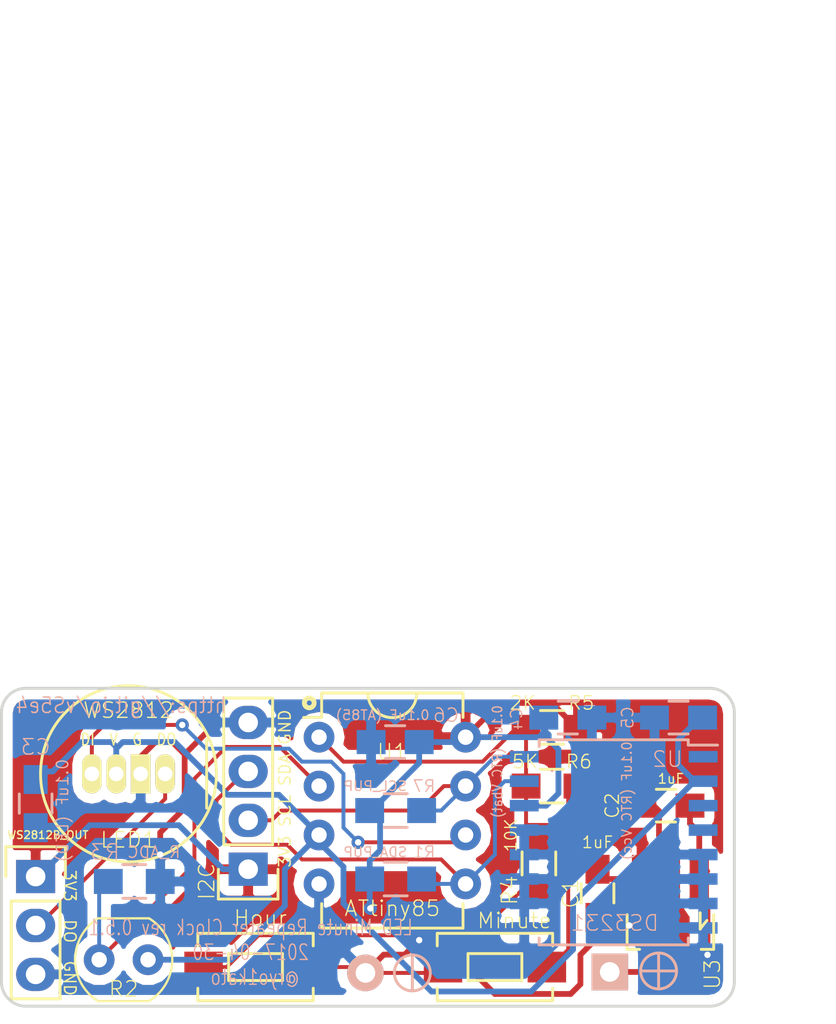
<source format=kicad_pcb>
(kicad_pcb (version 4) (host pcbnew 4.0.6)

  (general
    (links 57)
    (no_connects 0)
    (area 121.844999 93.904999 160.095001 110.565001)
    (thickness 1.6)
    (drawings 15)
    (tracks 210)
    (zones 0)
    (modules 22)
    (nets 16)
  )

  (page A4)
  (layers
    (0 F.Cu signal)
    (31 B.Cu signal)
    (34 B.Paste user)
    (35 F.Paste user)
    (36 B.SilkS user)
    (37 F.SilkS user)
    (38 B.Mask user)
    (39 F.Mask user)
    (40 Dwgs.User user)
    (41 Cmts.User user)
    (42 Eco1.User user)
    (43 Eco2.User user)
    (44 Edge.Cuts user)
    (45 Margin user)
  )

  (setup
    (last_trace_width 0.2032)
    (trace_clearance 0.1524)
    (zone_clearance 0.508)
    (zone_45_only no)
    (trace_min 0.1524)
    (segment_width 0.2)
    (edge_width 0.15)
    (via_size 0.6858)
    (via_drill 0.3302)
    (via_min_size 0.6858)
    (via_min_drill 0.3302)
    (uvia_size 0.762)
    (uvia_drill 0.508)
    (uvias_allowed no)
    (uvia_min_size 0)
    (uvia_min_drill 0)
    (pcb_text_width 0.3)
    (pcb_text_size 1 1)
    (mod_edge_width 0.15)
    (mod_text_size 0.8 0.8)
    (mod_text_width 0.07)
    (pad_size 1.524 1.524)
    (pad_drill 0.762)
    (pad_to_mask_clearance 0.2)
    (aux_axis_origin 0 0)
    (visible_elements FFFFFF7F)
    (pcbplotparams
      (layerselection 0x00030_80000001)
      (usegerberextensions false)
      (excludeedgelayer true)
      (linewidth 0.100000)
      (plotframeref false)
      (viasonmask false)
      (mode 1)
      (useauxorigin false)
      (hpglpennumber 1)
      (hpglpenspeed 20)
      (hpglpendiameter 15)
      (hpglpenoverlay 2)
      (psnegative false)
      (psa4output false)
      (plotreference true)
      (plotvalue true)
      (plotinvisibletext false)
      (padsonsilk false)
      (subtractmaskfromsilk false)
      (outputformat 1)
      (mirror false)
      (drillshape 1)
      (scaleselection 1)
      (outputdirectory ""))
  )

  (net 0 "")
  (net 1 +5V)
  (net 2 GND)
  (net 3 +3V3)
  (net 4 PWR_CTRL)
  (net 5 LED_SIG)
  (net 6 RTC_SCL)
  (net 7 RTC_SDA)
  (net 8 BUTTON/RST)
  (net 9 LED_SIG_OUT)
  (net 10 PCELL)
  (net 11 "Net-(R4-Pad2)")
  (net 12 "Net-(R6-Pad2)")
  (net 13 "Net-(U2-Pad1)")
  (net 14 "Net-(U2-Pad3)")
  (net 15 "Net-(U2-Pad4)")

  (net_class Default "This is the default net class."
    (clearance 0.1524)
    (trace_width 0.2032)
    (via_dia 0.6858)
    (via_drill 0.3302)
    (uvia_dia 0.762)
    (uvia_drill 0.508)
    (add_net BUTTON/RST)
    (add_net LED_SIG)
    (add_net LED_SIG_OUT)
    (add_net "Net-(R4-Pad2)")
    (add_net "Net-(R6-Pad2)")
    (add_net "Net-(U2-Pad1)")
    (add_net "Net-(U2-Pad3)")
    (add_net "Net-(U2-Pad4)")
    (add_net PCELL)
    (add_net RTC_SCL)
    (add_net RTC_SDA)
  )

  (net_class Power ""
    (clearance 0.2)
    (trace_width 0.3)
    (via_dia 0.6858)
    (via_drill 0.3302)
    (uvia_dia 0.762)
    (uvia_drill 0.508)
    (add_net +3V3)
    (add_net +5V)
    (add_net GND)
    (add_net PWR_CTRL)
  )

  (module clock-ws2812-schematic-v2:BatteryHolder_3xAAA_Keystone_2479 (layer B.Cu) (tedit 5905A352) (tstamp 59089831)
    (at 153.543 108.712 90)
    (descr "3xAAA cell battery holder, Keystone P/N 2479")
    (tags "AAA battery cell holder")
    (path /58D43E82)
    (fp_text reference BT1 (at -3.81 0 180) (layer B.SilkS) hide
      (effects (font (size 0.8 0.8) (thickness 0.07)) (justify mirror))
    )
    (fp_text value Battery (at -1.27 -3.937 360) (layer B.Fab)
      (effects (font (size 0.8 0.8) (thickness 0.07)) (justify mirror))
    )
    (fp_line (start 0.0508 3.4544) (end 0.0508 1.6764) (layer B.SilkS) (width 0.15))
    (fp_line (start -0.8636 2.54) (end 0.9652 2.54) (layer B.SilkS) (width 0.15))
    (fp_line (start -0.9144 -10.2616) (end 0.8128 -10.2616) (layer B.SilkS) (width 0.15))
    (fp_circle (center 0.0508 2.54) (end 0.7112 1.8796) (layer B.SilkS) (width 0.15))
    (fp_line (start -2.6416 5.9436) (end -2.5908 -31.5468) (layer Eco1.User) (width 0.15))
    (fp_line (start 50.3936 5.9436) (end 50.3428 -31.5468) (layer Eco1.User) (width 0.15))
    (fp_line (start -2.6 -31.55) (end 50.4 -31.55) (layer Eco1.User) (width 0.15))
    (fp_line (start -2.6 5.95) (end 50.4 5.95) (layer Eco1.User) (width 0.15))
    (fp_circle (center -0.0508 -10.2616) (end 0.6096 -10.922) (layer B.SilkS) (width 0.15))
    (pad 1 thru_hole rect (at 0 0 90) (size 1.9 1.9) (drill 1.02) (layers *.Cu *.Mask B.SilkS)
      (net 1 +5V))
    (pad 2 thru_hole circle (at -0.0508 -12.7 90) (size 1.9 1.9) (drill 1.02) (layers *.Cu *.Mask B.SilkS)
      (net 2 GND))
  )

  (module Housings_DIP:DIP-8_W7.62mm placed (layer F.Cu) (tedit 59058988) (tstamp 59088FC2)
    (at 138.43 96.52)
    (descr "8-lead dip package, row spacing 7.62 mm (300 mils)")
    (tags "dil dip 2.54 300")
    (path /58D2E7B1)
    (fp_text reference U1 (at 3.81 0.762) (layer F.SilkS)
      (effects (font (size 0.8 0.8) (thickness 0.07)))
    )
    (fp_text value ATtiny85 (at 3.81 8.89) (layer F.SilkS)
      (effects (font (size 0.8 0.8) (thickness 0.07)))
    )
    (fp_circle (center -0.508 -1.778) (end -0.508 -1.524) (layer F.SilkS) (width 0.254))
    (fp_arc (start 3.81 -2.286) (end 5.08 -2.286) (angle 180) (layer F.SilkS) (width 0.15))
    (fp_line (start -1.05 -2.45) (end -1.05 10.1) (layer F.CrtYd) (width 0.05))
    (fp_line (start 8.65 -2.45) (end 8.65 10.1) (layer F.CrtYd) (width 0.05))
    (fp_line (start -1.05 -2.45) (end 8.65 -2.45) (layer F.CrtYd) (width 0.05))
    (fp_line (start -1.05 10.1) (end 8.65 10.1) (layer F.CrtYd) (width 0.05))
    (fp_line (start 0.135 -2.295) (end 0.135 -1.025) (layer F.SilkS) (width 0.15))
    (fp_line (start 7.485 -2.295) (end 7.485 -1.025) (layer F.SilkS) (width 0.15))
    (fp_line (start 7.485 9.915) (end 7.485 8.645) (layer F.SilkS) (width 0.15))
    (fp_line (start 0.135 9.915) (end 0.135 8.645) (layer F.SilkS) (width 0.15))
    (fp_line (start 0.135 -2.295) (end 7.485 -2.295) (layer F.SilkS) (width 0.15))
    (fp_line (start 0.135 9.915) (end 7.485 9.915) (layer F.SilkS) (width 0.15))
    (fp_line (start 0.135 -1.025) (end -0.8 -1.025) (layer F.SilkS) (width 0.15))
    (pad 1 thru_hole oval (at 0 0) (size 1.6 1.6) (drill 0.8) (layers *.Cu *.Mask)
      (net 8 BUTTON/RST))
    (pad 2 thru_hole oval (at 0 2.54) (size 1.6 1.6) (drill 0.8) (layers *.Cu *.Mask)
      (net 10 PCELL))
    (pad 3 thru_hole oval (at 0 5.08) (size 1.6 1.6) (drill 0.8) (layers *.Cu *.Mask)
      (net 4 PWR_CTRL))
    (pad 4 thru_hole oval (at 0 7.62) (size 1.6 1.6) (drill 0.8) (layers *.Cu *.Mask)
      (net 2 GND))
    (pad 5 thru_hole oval (at 7.62 7.62) (size 1.6 1.6) (drill 0.8) (layers *.Cu *.Mask)
      (net 7 RTC_SDA))
    (pad 6 thru_hole oval (at 7.62 5.08) (size 1.6 1.6) (drill 0.8) (layers *.Cu *.Mask)
      (net 5 LED_SIG))
    (pad 7 thru_hole oval (at 7.62 2.54) (size 1.6 1.6) (drill 0.8) (layers *.Cu *.Mask)
      (net 6 RTC_SCL))
    (pad 8 thru_hole oval (at 7.62 0) (size 1.6 1.6) (drill 0.8) (layers *.Cu *.Mask)
      (net 3 +3V3))
    (model Housings_DIP.3dshapes/DIP-8_W7.62mm.wrl
      (at (xyz 0 0 0))
      (scale (xyz 1 1 1))
      (rotate (xyz 0 0 0))
    )
  )

  (module Resistors_SMD:R_0805_HandSoldering placed (layer B.Cu) (tedit 590588DB) (tstamp 59088F83)
    (at 142.414 100.33)
    (descr "Resistor SMD 0805, hand soldering")
    (tags "resistor 0805")
    (path /58ED13A3)
    (attr smd)
    (fp_text reference R7 (at 1.477 -1.27) (layer B.SilkS)
      (effects (font (size 0.6 0.6) (thickness 0.07)) (justify mirror))
    )
    (fp_text value SCL_PUP (at -1.063 -1.27) (layer B.SilkS)
      (effects (font (size 0.5 0.5) (thickness 0.07)) (justify mirror))
    )
    (fp_line (start -1 -0.625) (end -1 0.625) (layer B.Fab) (width 0.1))
    (fp_line (start 1 -0.625) (end -1 -0.625) (layer B.Fab) (width 0.1))
    (fp_line (start 1 0.625) (end 1 -0.625) (layer B.Fab) (width 0.1))
    (fp_line (start -1 0.625) (end 1 0.625) (layer B.Fab) (width 0.1))
    (fp_line (start -2.4 1) (end 2.4 1) (layer B.CrtYd) (width 0.05))
    (fp_line (start -2.4 -1) (end 2.4 -1) (layer B.CrtYd) (width 0.05))
    (fp_line (start -2.4 1) (end -2.4 -1) (layer B.CrtYd) (width 0.05))
    (fp_line (start 2.4 1) (end 2.4 -1) (layer B.CrtYd) (width 0.05))
    (fp_line (start 0.6 -0.875) (end -0.6 -0.875) (layer B.SilkS) (width 0.15))
    (fp_line (start -0.6 0.875) (end 0.6 0.875) (layer B.SilkS) (width 0.15))
    (pad 1 smd rect (at -1.35 0) (size 1.5 1.3) (layers B.Cu B.Paste B.Mask)
      (net 3 +3V3))
    (pad 2 smd rect (at 1.35 0) (size 1.5 1.3) (layers B.Cu B.Paste B.Mask)
      (net 6 RTC_SCL))
    (model Resistors_SMD.3dshapes/R_0805_HandSoldering.wrl
      (at (xyz 0 0 0))
      (scale (xyz 1 1 1))
      (rotate (xyz 0 0 0))
    )
  )

  (module TO_SOT_Packages_SMD:SOT89-3_Housing_Handsoldering placed (layer F.Cu) (tedit 59058FF8) (tstamp 59088FF6)
    (at 156.69514 106.23804 180)
    (descr "SOT89-3, Housing, Handsoldering,")
    (tags "SOT89-3, Housing, Handsoldering,")
    (path /58ECF1D1)
    (attr smd)
    (fp_text reference U3 (at -2.18186 -2.60096 450) (layer F.SilkS)
      (effects (font (size 0.8 0.8) (thickness 0.07)))
    )
    (fp_text value MCP1700T (at 1.27 -6.858 180) (layer F.Fab)
      (effects (font (size 0.8 0.8) (thickness 0.07)))
    )
    (fp_line (start -1.89992 0.20066) (end -1.651 -0.09906) (layer F.SilkS) (width 0.15))
    (fp_line (start -1.651 -0.09906) (end -1.5494 -0.24892) (layer F.SilkS) (width 0.15))
    (fp_line (start -1.5494 -0.24892) (end -1.5494 0.59944) (layer F.SilkS) (width 0.15))
    (fp_line (start -2.25044 -1.30048) (end -2.25044 0.50038) (layer F.SilkS) (width 0.15))
    (fp_line (start -2.25044 -1.30048) (end -1.6002 -1.30048) (layer F.SilkS) (width 0.15))
    (fp_line (start 2.25044 -1.30048) (end 2.25044 0.50038) (layer F.SilkS) (width 0.15))
    (fp_line (start 2.25044 -1.30048) (end 1.6002 -1.30048) (layer F.SilkS) (width 0.15))
    (pad 1 smd rect (at -1.50114 2.35204 180) (size 1.00076 2.5019) (layers F.Cu F.Paste F.Mask)
      (net 2 GND))
    (pad 2 smd rect (at 0 2.35204 180) (size 1.00076 2.5019) (layers F.Cu F.Paste F.Mask)
      (net 1 +5V))
    (pad 3 smd rect (at 1.50114 2.35204 180) (size 1.00076 2.5019) (layers F.Cu F.Paste F.Mask)
      (net 3 +3V3))
    (pad 2 smd rect (at 0 -1.6002 180) (size 1.99898 4.0005) (layers F.Cu F.Paste F.Mask)
      (net 1 +5V))
    (pad 2 smd trapezoid (at 0 0.7493) (size 1.50114 0.7493) (rect_delta 0 0.50038 ) (layers F.Cu F.Paste F.Mask)
      (net 1 +5V))
    (model TO_SOT_Packages_SMD.3dshapes/SOT89-3_Housing_Handsoldering.wrl
      (at (xyz 0 0 0))
      (scale (xyz 0.3937 0.3937 0.3937))
      (rotate (xyz 0 0 0))
    )
  )

  (module Housings_SOIC:SOIC-16W_7.5x10.3mm_Pitch1.27mm placed (layer B.Cu) (tedit 59055F7D) (tstamp 59088FE6)
    (at 153.748 101.981 180)
    (descr "16-Lead Plastic Small Outline (SO) - Wide, 7.50 mm Body [SOIC] (see Microchip Packaging Specification 00000049BS.pdf)")
    (tags "SOIC 1.27")
    (path /58D3F29A)
    (attr smd)
    (fp_text reference U2 (at -2.794 4.318 180) (layer B.SilkS)
      (effects (font (size 0.8 0.8) (thickness 0.07)) (justify mirror))
    )
    (fp_text value DS3231 (at -0.049 -4.191 180) (layer B.SilkS)
      (effects (font (size 0.8 0.8) (thickness 0.07)) (justify mirror))
    )
    (fp_line (start -2.75 5.15) (end 3.75 5.15) (layer B.Fab) (width 0.15))
    (fp_line (start 3.75 5.15) (end 3.75 -5.15) (layer B.Fab) (width 0.15))
    (fp_line (start 3.75 -5.15) (end -3.75 -5.15) (layer B.Fab) (width 0.15))
    (fp_line (start -3.75 -5.15) (end -3.75 4.15) (layer B.Fab) (width 0.15))
    (fp_line (start -3.75 4.15) (end -2.75 5.15) (layer B.Fab) (width 0.15))
    (fp_line (start -5.65 5.5) (end -5.65 -5.5) (layer B.CrtYd) (width 0.05))
    (fp_line (start 5.65 5.5) (end 5.65 -5.5) (layer B.CrtYd) (width 0.05))
    (fp_line (start -5.65 5.5) (end 5.65 5.5) (layer B.CrtYd) (width 0.05))
    (fp_line (start -5.65 -5.5) (end 5.65 -5.5) (layer B.CrtYd) (width 0.05))
    (fp_line (start -3.875 5.325) (end -3.875 5.05) (layer B.SilkS) (width 0.15))
    (fp_line (start 3.875 5.325) (end 3.875 4.97) (layer B.SilkS) (width 0.15))
    (fp_line (start 3.875 -5.325) (end 3.875 -4.97) (layer B.SilkS) (width 0.15))
    (fp_line (start -3.875 -5.325) (end -3.875 -4.97) (layer B.SilkS) (width 0.15))
    (fp_line (start -3.875 5.325) (end 3.875 5.325) (layer B.SilkS) (width 0.15))
    (fp_line (start -3.875 -5.325) (end 3.875 -5.325) (layer B.SilkS) (width 0.15))
    (fp_line (start -3.875 5.05) (end -5.4 5.05) (layer B.SilkS) (width 0.15))
    (pad 1 smd rect (at -4.65 4.445 180) (size 1.5 0.6) (layers B.Cu B.Paste B.Mask)
      (net 13 "Net-(U2-Pad1)"))
    (pad 2 smd rect (at -4.65 3.175 180) (size 1.5 0.6) (layers B.Cu B.Paste B.Mask)
      (net 4 PWR_CTRL))
    (pad 3 smd rect (at -4.65 1.905 180) (size 1.5 0.6) (layers B.Cu B.Paste B.Mask)
      (net 14 "Net-(U2-Pad3)"))
    (pad 4 smd rect (at -4.65 0.635 180) (size 1.5 0.6) (layers B.Cu B.Paste B.Mask)
      (net 15 "Net-(U2-Pad4)"))
    (pad 5 smd rect (at -4.65 -0.635 180) (size 1.5 0.6) (layers B.Cu B.Paste B.Mask)
      (net 2 GND))
    (pad 6 smd rect (at -4.65 -1.905 180) (size 1.5 0.6) (layers B.Cu B.Paste B.Mask)
      (net 2 GND))
    (pad 7 smd rect (at -4.65 -3.175 180) (size 1.5 0.6) (layers B.Cu B.Paste B.Mask)
      (net 2 GND))
    (pad 8 smd rect (at -4.65 -4.445 180) (size 1.5 0.6) (layers B.Cu B.Paste B.Mask)
      (net 2 GND))
    (pad 9 smd rect (at 4.65 -4.445 180) (size 1.5 0.6) (layers B.Cu B.Paste B.Mask)
      (net 2 GND))
    (pad 10 smd rect (at 4.65 -3.175 180) (size 1.5 0.6) (layers B.Cu B.Paste B.Mask)
      (net 2 GND))
    (pad 11 smd rect (at 4.65 -1.905 180) (size 1.5 0.6) (layers B.Cu B.Paste B.Mask)
      (net 2 GND))
    (pad 12 smd rect (at 4.65 -0.635 180) (size 1.5 0.6) (layers B.Cu B.Paste B.Mask)
      (net 2 GND))
    (pad 13 smd rect (at 4.65 0.635 180) (size 1.5 0.6) (layers B.Cu B.Paste B.Mask)
      (net 2 GND))
    (pad 14 smd rect (at 4.65 1.905 180) (size 1.5 0.6) (layers B.Cu B.Paste B.Mask)
      (net 3 +3V3))
    (pad 15 smd rect (at 4.65 3.175 180) (size 1.5 0.6) (layers B.Cu B.Paste B.Mask)
      (net 7 RTC_SDA))
    (pad 16 smd rect (at 4.65 4.445 180) (size 1.5 0.6) (layers B.Cu B.Paste B.Mask)
      (net 6 RTC_SCL))
    (model Housings_SOIC.3dshapes/SOIC-16_7.5x10.3mm_Pitch1.27mm.wrl
      (at (xyz 0 0 0))
      (scale (xyz 1 1 1))
      (rotate (xyz 0 0 0))
    )
  )

  (module Buttons_Switches_SMD:SW_SPST_EVQPE1 placed (layer F.Cu) (tedit 59055CAC) (tstamp 59088FAB)
    (at 147.574 108.458 180)
    (descr "Light Touch Switch")
    (path /58D2CAE0)
    (attr smd)
    (fp_text reference SW3 (at 0.127 0 180) (layer F.SilkS) hide
      (effects (font (size 0.8 0.8) (thickness 0.07)))
    )
    (fp_text value Minute (at -1.016 2.413 180) (layer F.SilkS)
      (effects (font (size 0.8 0.8) (thickness 0.07)))
    )
    (fp_line (start -1.4 -0.7) (end 1.4 -0.7) (layer F.SilkS) (width 0.15))
    (fp_line (start 1.4 -0.7) (end 1.4 0.7) (layer F.SilkS) (width 0.15))
    (fp_line (start 1.4 0.7) (end -1.4 0.7) (layer F.SilkS) (width 0.15))
    (fp_line (start -1.4 0.7) (end -1.4 -0.7) (layer F.SilkS) (width 0.15))
    (fp_line (start -3.95 -2) (end 3.95 -2) (layer F.CrtYd) (width 0.05))
    (fp_line (start 3.95 -2) (end 3.95 2) (layer F.CrtYd) (width 0.05))
    (fp_line (start 3.95 2) (end -3.95 2) (layer F.CrtYd) (width 0.05))
    (fp_line (start -3.95 2) (end -3.95 -2) (layer F.CrtYd) (width 0.05))
    (fp_line (start 3 -1.75) (end 3 -1.1) (layer F.SilkS) (width 0.15))
    (fp_line (start 3 1.75) (end 3 1.1) (layer F.SilkS) (width 0.15))
    (fp_line (start -3 1.1) (end -3 1.75) (layer F.SilkS) (width 0.15))
    (fp_line (start -3 -1.75) (end -3 -1.1) (layer F.SilkS) (width 0.15))
    (fp_line (start 3 -1.75) (end -3 -1.75) (layer F.SilkS) (width 0.15))
    (fp_line (start -3 1.75) (end 3 1.75) (layer F.SilkS) (width 0.15))
    (pad 2 smd rect (at 2.7 0 180) (size 2 1.6) (layers F.Cu F.Paste F.Mask)
      (net 2 GND))
    (pad 1 smd rect (at -2.7 0 180) (size 2 1.6) (layers F.Cu F.Paste F.Mask)
      (net 12 "Net-(R6-Pad2)"))
    (model Buttons_Switches_SMD.3dshapes/SW_SPST_FSMSM.wrl
      (at (xyz 0 0 0))
      (scale (xyz 1 1 1))
      (rotate (xyz 0 0 0))
    )
  )

  (module Buttons_Switches_SMD:SW_SPST_EVQPE1 placed (layer F.Cu) (tedit 59055CA9) (tstamp 59088F97)
    (at 135.128 108.458)
    (descr "Light Touch Switch")
    (path /58D30269)
    (attr smd)
    (fp_text reference SW2 (at 0.254 2.794) (layer F.SilkS) hide
      (effects (font (size 0.8 0.8) (thickness 0.07)))
    )
    (fp_text value Hour (at 0.254 -2.54) (layer F.SilkS)
      (effects (font (size 0.8 0.8) (thickness 0.07)))
    )
    (fp_line (start -1.4 -0.7) (end 1.4 -0.7) (layer F.SilkS) (width 0.15))
    (fp_line (start 1.4 -0.7) (end 1.4 0.7) (layer F.SilkS) (width 0.15))
    (fp_line (start 1.4 0.7) (end -1.4 0.7) (layer F.SilkS) (width 0.15))
    (fp_line (start -1.4 0.7) (end -1.4 -0.7) (layer F.SilkS) (width 0.15))
    (fp_line (start -3.95 -2) (end 3.95 -2) (layer F.CrtYd) (width 0.05))
    (fp_line (start 3.95 -2) (end 3.95 2) (layer F.CrtYd) (width 0.05))
    (fp_line (start 3.95 2) (end -3.95 2) (layer F.CrtYd) (width 0.05))
    (fp_line (start -3.95 2) (end -3.95 -2) (layer F.CrtYd) (width 0.05))
    (fp_line (start 3 -1.75) (end 3 -1.1) (layer F.SilkS) (width 0.15))
    (fp_line (start 3 1.75) (end 3 1.1) (layer F.SilkS) (width 0.15))
    (fp_line (start -3 1.1) (end -3 1.75) (layer F.SilkS) (width 0.15))
    (fp_line (start -3 -1.75) (end -3 -1.1) (layer F.SilkS) (width 0.15))
    (fp_line (start 3 -1.75) (end -3 -1.75) (layer F.SilkS) (width 0.15))
    (fp_line (start -3 1.75) (end 3 1.75) (layer F.SilkS) (width 0.15))
    (pad 2 smd rect (at 2.7 0) (size 2 1.6) (layers F.Cu F.Paste F.Mask)
      (net 2 GND))
    (pad 1 smd rect (at -2.7 0) (size 2 1.6) (layers F.Cu F.Paste F.Mask)
      (net 11 "Net-(R4-Pad2)"))
    (model Buttons_Switches_SMD.3dshapes/SW_SPST_FSMSM.wrl
      (at (xyz 0 0 0))
      (scale (xyz 1 1 1))
      (rotate (xyz 0 0 0))
    )
  )

  (module Resistors_SMD:R_0805_HandSoldering placed (layer F.Cu) (tedit 5906646C) (tstamp 59088F73)
    (at 150.542 99.06)
    (descr "Resistor SMD 0805, hand soldering")
    (tags "resistor 0805")
    (path /58D44279)
    (attr smd)
    (fp_text reference R6 (at 1.397 -1.27) (layer F.SilkS)
      (effects (font (size 0.7 0.7) (thickness 0.07)))
    )
    (fp_text value 5K (at -1.397 -1.27) (layer F.SilkS)
      (effects (font (size 0.7 0.7) (thickness 0.07)))
    )
    (fp_line (start -1 0.625) (end -1 -0.625) (layer F.Fab) (width 0.1))
    (fp_line (start 1 0.625) (end -1 0.625) (layer F.Fab) (width 0.1))
    (fp_line (start 1 -0.625) (end 1 0.625) (layer F.Fab) (width 0.1))
    (fp_line (start -1 -0.625) (end 1 -0.625) (layer F.Fab) (width 0.1))
    (fp_line (start -2.4 -1) (end 2.4 -1) (layer F.CrtYd) (width 0.05))
    (fp_line (start -2.4 1) (end 2.4 1) (layer F.CrtYd) (width 0.05))
    (fp_line (start -2.4 -1) (end -2.4 1) (layer F.CrtYd) (width 0.05))
    (fp_line (start 2.4 -1) (end 2.4 1) (layer F.CrtYd) (width 0.05))
    (fp_line (start 0.6 0.875) (end -0.6 0.875) (layer F.SilkS) (width 0.15))
    (fp_line (start -0.6 -0.875) (end 0.6 -0.875) (layer F.SilkS) (width 0.15))
    (pad 1 smd rect (at -1.35 0) (size 1.5 1.3) (layers F.Cu F.Paste F.Mask)
      (net 8 BUTTON/RST))
    (pad 2 smd rect (at 1.35 0) (size 1.5 1.3) (layers F.Cu F.Paste F.Mask)
      (net 12 "Net-(R6-Pad2)"))
    (model Resistors_SMD.3dshapes/R_0805_HandSoldering.wrl
      (at (xyz 0 0 0))
      (scale (xyz 1 1 1))
      (rotate (xyz 0 0 0))
    )
  )

  (module Resistors_SMD:R_0805_HandSoldering placed (layer F.Cu) (tedit 59066463) (tstamp 59088F63)
    (at 150.542 96.012 180)
    (descr "Resistor SMD 0805, hand soldering")
    (tags "resistor 0805")
    (path /58D44783)
    (attr smd)
    (fp_text reference R5 (at -1.524 1.27 180) (layer F.SilkS)
      (effects (font (size 0.7 0.7) (thickness 0.07)))
    )
    (fp_text value 2K (at 1.524 1.27 180) (layer F.SilkS)
      (effects (font (size 0.7 0.7) (thickness 0.07)))
    )
    (fp_line (start -1 0.625) (end -1 -0.625) (layer F.Fab) (width 0.1))
    (fp_line (start 1 0.625) (end -1 0.625) (layer F.Fab) (width 0.1))
    (fp_line (start 1 -0.625) (end 1 0.625) (layer F.Fab) (width 0.1))
    (fp_line (start -1 -0.625) (end 1 -0.625) (layer F.Fab) (width 0.1))
    (fp_line (start -2.4 -1) (end 2.4 -1) (layer F.CrtYd) (width 0.05))
    (fp_line (start -2.4 1) (end 2.4 1) (layer F.CrtYd) (width 0.05))
    (fp_line (start -2.4 -1) (end -2.4 1) (layer F.CrtYd) (width 0.05))
    (fp_line (start 2.4 -1) (end 2.4 1) (layer F.CrtYd) (width 0.05))
    (fp_line (start 0.6 0.875) (end -0.6 0.875) (layer F.SilkS) (width 0.15))
    (fp_line (start -0.6 -0.875) (end 0.6 -0.875) (layer F.SilkS) (width 0.15))
    (pad 1 smd rect (at -1.35 0 180) (size 1.5 1.3) (layers F.Cu F.Paste F.Mask)
      (net 3 +3V3))
    (pad 2 smd rect (at 1.35 0 180) (size 1.5 1.3) (layers F.Cu F.Paste F.Mask)
      (net 8 BUTTON/RST))
    (model Resistors_SMD.3dshapes/R_0805_HandSoldering.wrl
      (at (xyz 0 0 0))
      (scale (xyz 1 1 1))
      (rotate (xyz 0 0 0))
    )
  )

  (module Resistors_SMD:R_0805_HandSoldering placed (layer F.Cu) (tedit 590583D7) (tstamp 59088F53)
    (at 149.86 103.077 270)
    (descr "Resistor SMD 0805, hand soldering")
    (tags "resistor 0805")
    (path /58D3092A)
    (attr smd)
    (fp_text reference R4 (at 1.397 1.524 270) (layer F.SilkS)
      (effects (font (size 0.8 0.8) (thickness 0.07)))
    )
    (fp_text value 10K (at -1.4605 1.4605 270) (layer F.SilkS)
      (effects (font (size 0.6 0.6) (thickness 0.07)))
    )
    (fp_line (start -1 0.625) (end -1 -0.625) (layer F.Fab) (width 0.1))
    (fp_line (start 1 0.625) (end -1 0.625) (layer F.Fab) (width 0.1))
    (fp_line (start 1 -0.625) (end 1 0.625) (layer F.Fab) (width 0.1))
    (fp_line (start -1 -0.625) (end 1 -0.625) (layer F.Fab) (width 0.1))
    (fp_line (start -2.4 -1) (end 2.4 -1) (layer F.CrtYd) (width 0.05))
    (fp_line (start -2.4 1) (end 2.4 1) (layer F.CrtYd) (width 0.05))
    (fp_line (start -2.4 -1) (end -2.4 1) (layer F.CrtYd) (width 0.05))
    (fp_line (start 2.4 -1) (end 2.4 1) (layer F.CrtYd) (width 0.05))
    (fp_line (start 0.6 0.875) (end -0.6 0.875) (layer F.SilkS) (width 0.15))
    (fp_line (start -0.6 -0.875) (end 0.6 -0.875) (layer F.SilkS) (width 0.15))
    (pad 1 smd rect (at -1.35 0 270) (size 1.5 1.3) (layers F.Cu F.Paste F.Mask)
      (net 8 BUTTON/RST))
    (pad 2 smd rect (at 1.35 0 270) (size 1.5 1.3) (layers F.Cu F.Paste F.Mask)
      (net 11 "Net-(R4-Pad2)"))
    (model Resistors_SMD.3dshapes/R_0805_HandSoldering.wrl
      (at (xyz 0 0 0))
      (scale (xyz 1 1 1))
      (rotate (xyz 0 0 0))
    )
  )

  (module Resistors_SMD:R_0805_HandSoldering placed (layer B.Cu) (tedit 59055148) (tstamp 59088F43)
    (at 128.825 104.013)
    (descr "Resistor SMD 0805, hand soldering")
    (tags "resistor 0805")
    (path /58D2E967)
    (attr smd)
    (fp_text reference R3 (at -1.524 -1.524) (layer B.SilkS)
      (effects (font (size 0.8 0.8) (thickness 0.07)) (justify mirror))
    )
    (fp_text value R_ADC (at 1.016 -1.524) (layer B.SilkS)
      (effects (font (size 0.6 0.6) (thickness 0.07)) (justify mirror))
    )
    (fp_line (start -1 -0.625) (end -1 0.625) (layer B.Fab) (width 0.1))
    (fp_line (start 1 -0.625) (end -1 -0.625) (layer B.Fab) (width 0.1))
    (fp_line (start 1 0.625) (end 1 -0.625) (layer B.Fab) (width 0.1))
    (fp_line (start -1 0.625) (end 1 0.625) (layer B.Fab) (width 0.1))
    (fp_line (start -2.4 1) (end 2.4 1) (layer B.CrtYd) (width 0.05))
    (fp_line (start -2.4 -1) (end 2.4 -1) (layer B.CrtYd) (width 0.05))
    (fp_line (start -2.4 1) (end -2.4 -1) (layer B.CrtYd) (width 0.05))
    (fp_line (start 2.4 1) (end 2.4 -1) (layer B.CrtYd) (width 0.05))
    (fp_line (start 0.6 -0.875) (end -0.6 -0.875) (layer B.SilkS) (width 0.15))
    (fp_line (start -0.6 0.875) (end 0.6 0.875) (layer B.SilkS) (width 0.15))
    (pad 1 smd rect (at -1.35 0) (size 1.5 1.3) (layers B.Cu B.Paste B.Mask)
      (net 10 PCELL))
    (pad 2 smd rect (at 1.35 0) (size 1.5 1.3) (layers B.Cu B.Paste B.Mask)
      (net 2 GND))
    (model Resistors_SMD.3dshapes/R_0805_HandSoldering.wrl
      (at (xyz 0 0 0))
      (scale (xyz 1 1 1))
      (rotate (xyz 0 0 0))
    )
  )

  (module Opto-Devices:Resistor_LDR_4.9x4.2_RM2.54 placed (layer F.Cu) (tedit 59055ABD) (tstamp 59088F33)
    (at 129.54 108.077 180)
    (descr "Resistor, LDR 4.9x4.2mm")
    (tags "Resistor LDR4.9x4.2")
    (path /58D2E89F)
    (fp_text reference R2 (at 1.27 -1.524 180) (layer F.SilkS)
      (effects (font (size 0.8 0.8) (thickness 0.07)))
    )
    (fp_text value "PHOTO CELL" (at 1.016 -5.588 180) (layer F.Fab)
      (effects (font (size 0.8 0.8) (thickness 0.07)))
    )
    (fp_line (start -0.05 2.15) (end 2.6 2.15) (layer F.SilkS) (width 0.12))
    (fp_line (start -0.05 -2.15) (end 2.6 -2.15) (layer F.SilkS) (width 0.12))
    (fp_line (start 0.87 -1.2) (end 2.17 -1.2) (layer F.Fab) (width 0.1))
    (fp_line (start 1.67 -0.6) (end 0.87 -0.6) (layer F.Fab) (width 0.1))
    (fp_line (start 0.87 0) (end 1.67 0) (layer F.Fab) (width 0.1))
    (fp_line (start 1.67 0.6) (end 0.87 0.6) (layer F.Fab) (width 0.1))
    (fp_line (start 0.37 1.2) (end 1.67 1.2) (layer F.Fab) (width 0.1))
    (fp_line (start 0.37 -1.8) (end 2.17 -1.8) (layer F.Fab) (width 0.1))
    (fp_line (start 2.17 -1.8) (end 2.17 -1.2) (layer F.Fab) (width 0.1))
    (fp_line (start 0.87 -1.2) (end 0.87 -0.6) (layer F.Fab) (width 0.1))
    (fp_line (start 1.67 -0.6) (end 1.67 0) (layer F.Fab) (width 0.1))
    (fp_line (start 0.87 0) (end 0.87 0.6) (layer F.Fab) (width 0.1))
    (fp_line (start 1.67 0.6) (end 1.67 1.2) (layer F.Fab) (width 0.1))
    (fp_line (start 0.37 1.2) (end 0.37 1.8) (layer F.Fab) (width 0.1))
    (fp_line (start 0.37 1.8) (end 2.17 1.8) (layer F.Fab) (width 0.1))
    (fp_line (start 2.57 2.1) (end -0.03 2.1) (layer F.Fab) (width 0.1))
    (fp_line (start -0.03 -2.1) (end 2.57 -2.1) (layer F.Fab) (width 0.1))
    (fp_line (start -1.45 -2.35) (end 3.99 -2.35) (layer F.CrtYd) (width 0.05))
    (fp_line (start -1.45 -2.35) (end -1.45 2.35) (layer F.CrtYd) (width 0.05))
    (fp_line (start 3.99 2.35) (end 3.99 -2.35) (layer F.CrtYd) (width 0.05))
    (fp_line (start 3.99 2.35) (end -1.45 2.35) (layer F.CrtYd) (width 0.05))
    (fp_arc (start 1.25 0) (end -0.05 2.15) (angle 117) (layer F.SilkS) (width 0.12))
    (fp_arc (start 1.25 0) (end 2.6 -2.15) (angle 115) (layer F.SilkS) (width 0.12))
    (fp_arc (start 1.27 0) (end 2.57 -2.1) (angle 115) (layer F.Fab) (width 0.1))
    (fp_arc (start 1.27 0) (end -0.03 2.1) (angle 115) (layer F.Fab) (width 0.1))
    (pad 1 thru_hole circle (at 0 0 180) (size 1.6 1.6) (drill 0.8) (layers *.Cu *.Mask)
      (net 4 PWR_CTRL))
    (pad 2 thru_hole circle (at 2.54 0 180) (size 1.6 1.6) (drill 0.8) (layers *.Cu *.Mask)
      (net 10 PCELL))
  )

  (module WS2812:WS2812-8mm placed (layer F.Cu) (tedit 5905542C) (tstamp 59088F04)
    (at 128.524 98.425)
    (path /58ED93FE)
    (fp_text reference LED1 (at 0 3.429) (layer F.SilkS)
      (effects (font (size 0.8 0.8) (thickness 0.07)))
    )
    (fp_text value WS2812 (at 0 -3.302) (layer F.SilkS)
      (effects (font (size 0.8 0.8) (thickness 0.07)))
    )
    (fp_line (start 4.064 -1.778) (end 4.064 1.778) (layer F.SilkS) (width 0.15))
    (fp_circle (center 0 0) (end 4.572 0) (layer F.SilkS) (width 0.15))
    (pad 1 thru_hole oval (at -1.905 0) (size 1.016 2.032) (drill 0.762) (layers *.Cu *.Mask F.SilkS)
      (net 5 LED_SIG))
    (pad 2 thru_hole oval (at -0.635 0) (size 1.016 2.032) (drill 0.762) (layers *.Cu *.Mask F.SilkS)
      (net 4 PWR_CTRL))
    (pad 3 thru_hole rect (at 0.635 0) (size 1.016 2.032) (drill 0.762) (layers *.Cu *.Mask F.SilkS)
      (net 2 GND))
    (pad 4 thru_hole oval (at 1.905 0) (size 1.016 2.032) (drill 0.762) (layers *.Cu *.Mask F.SilkS)
      (net 9 LED_SIG_OUT))
  )

  (module Pin_Headers:Pin_Header_Straight_1x04 placed (layer F.Cu) (tedit 590555D7) (tstamp 59088EFA)
    (at 134.747 103.378 180)
    (descr "Through hole pin header")
    (tags "pin header")
    (path /58ED0D5F)
    (fp_text reference J3 (at 0 -5.1 180) (layer F.SilkS) hide
      (effects (font (size 0.8 0.8) (thickness 0.07)))
    )
    (fp_text value I2C (at 2.159 -0.635 270) (layer F.SilkS)
      (effects (font (size 0.8 0.8) (thickness 0.07)))
    )
    (fp_line (start -1.75 -1.75) (end -1.75 9.4) (layer F.CrtYd) (width 0.05))
    (fp_line (start 1.75 -1.75) (end 1.75 9.4) (layer F.CrtYd) (width 0.05))
    (fp_line (start -1.75 -1.75) (end 1.75 -1.75) (layer F.CrtYd) (width 0.05))
    (fp_line (start -1.75 9.4) (end 1.75 9.4) (layer F.CrtYd) (width 0.05))
    (fp_line (start -1.27 1.27) (end -1.27 8.89) (layer F.SilkS) (width 0.15))
    (fp_line (start 1.27 1.27) (end 1.27 8.89) (layer F.SilkS) (width 0.15))
    (fp_line (start 1.55 -1.55) (end 1.55 0) (layer F.SilkS) (width 0.15))
    (fp_line (start -1.27 8.89) (end 1.27 8.89) (layer F.SilkS) (width 0.15))
    (fp_line (start 1.27 1.27) (end -1.27 1.27) (layer F.SilkS) (width 0.15))
    (fp_line (start -1.55 0) (end -1.55 -1.55) (layer F.SilkS) (width 0.15))
    (fp_line (start -1.55 -1.55) (end 1.55 -1.55) (layer F.SilkS) (width 0.15))
    (pad 1 thru_hole rect (at 0 0 180) (size 2.032 1.7272) (drill 1.016) (layers *.Cu *.Mask)
      (net 3 +3V3))
    (pad 2 thru_hole oval (at 0 2.54 180) (size 2.032 1.7272) (drill 1.016) (layers *.Cu *.Mask)
      (net 6 RTC_SCL))
    (pad 3 thru_hole oval (at 0 5.08 180) (size 2.032 1.7272) (drill 1.016) (layers *.Cu *.Mask)
      (net 7 RTC_SDA))
    (pad 4 thru_hole oval (at 0 7.62 180) (size 2.032 1.7272) (drill 1.016) (layers *.Cu *.Mask)
      (net 2 GND))
  )

  (module Pin_Headers:Pin_Header_Straight_1x03 placed (layer F.Cu) (tedit 59059E41) (tstamp 59088EE7)
    (at 123.698 103.759)
    (descr "Through hole pin header")
    (tags "pin header")
    (path /58EA8B21)
    (fp_text reference J2 (at 0 -2.413) (layer F.SilkS) hide
      (effects (font (size 0.8 0.8) (thickness 0.07)))
    )
    (fp_text value WS2812B_OUT (at 0.635 -2.159) (layer F.SilkS)
      (effects (font (size 0.4 0.4) (thickness 0.07)))
    )
    (fp_line (start -1.75 -1.75) (end -1.75 6.85) (layer F.CrtYd) (width 0.05))
    (fp_line (start 1.75 -1.75) (end 1.75 6.85) (layer F.CrtYd) (width 0.05))
    (fp_line (start -1.75 -1.75) (end 1.75 -1.75) (layer F.CrtYd) (width 0.05))
    (fp_line (start -1.75 6.85) (end 1.75 6.85) (layer F.CrtYd) (width 0.05))
    (fp_line (start -1.27 1.27) (end -1.27 6.35) (layer F.SilkS) (width 0.15))
    (fp_line (start -1.27 6.35) (end 1.27 6.35) (layer F.SilkS) (width 0.15))
    (fp_line (start 1.27 6.35) (end 1.27 1.27) (layer F.SilkS) (width 0.15))
    (fp_line (start 1.55 -1.55) (end 1.55 0) (layer F.SilkS) (width 0.15))
    (fp_line (start 1.27 1.27) (end -1.27 1.27) (layer F.SilkS) (width 0.15))
    (fp_line (start -1.55 0) (end -1.55 -1.55) (layer F.SilkS) (width 0.15))
    (fp_line (start -1.55 -1.55) (end 1.55 -1.55) (layer F.SilkS) (width 0.15))
    (pad 1 thru_hole rect (at 0 0) (size 2.032 1.7272) (drill 1.016) (layers *.Cu *.Mask)
      (net 3 +3V3))
    (pad 2 thru_hole oval (at 0 2.54) (size 2.032 1.7272) (drill 1.016) (layers *.Cu *.Mask)
      (net 9 LED_SIG_OUT))
    (pad 3 thru_hole oval (at 0 5.08) (size 2.032 1.7272) (drill 1.016) (layers *.Cu *.Mask)
      (net 2 GND))
  )

  (module Capacitors_SMD:C_0805_HandSoldering placed (layer B.Cu) (tedit 59055AB1) (tstamp 59088EBE)
    (at 157.119 95.504 180)
    (descr "Capacitor SMD 0805, hand soldering")
    (tags "capacitor 0805")
    (path /59052ACC)
    (attr smd)
    (fp_text reference C5 (at 2.647 0 270) (layer B.SilkS)
      (effects (font (size 0.6 0.6) (thickness 0.07)) (justify mirror))
    )
    (fp_text value "0.1uF (RTC Vcc)" (at 2.687 -4.318 270) (layer B.SilkS)
      (effects (font (size 0.5 0.5) (thickness 0.07)) (justify mirror))
    )
    (fp_line (start -1 -0.625) (end -1 0.625) (layer B.Fab) (width 0.15))
    (fp_line (start 1 -0.625) (end -1 -0.625) (layer B.Fab) (width 0.15))
    (fp_line (start 1 0.625) (end 1 -0.625) (layer B.Fab) (width 0.15))
    (fp_line (start -1 0.625) (end 1 0.625) (layer B.Fab) (width 0.15))
    (fp_line (start -2.3 1) (end 2.3 1) (layer B.CrtYd) (width 0.05))
    (fp_line (start -2.3 -1) (end 2.3 -1) (layer B.CrtYd) (width 0.05))
    (fp_line (start -2.3 1) (end -2.3 -1) (layer B.CrtYd) (width 0.05))
    (fp_line (start 2.3 1) (end 2.3 -1) (layer B.CrtYd) (width 0.05))
    (fp_line (start 0.5 0.85) (end -0.5 0.85) (layer B.SilkS) (width 0.15))
    (fp_line (start -0.5 -0.85) (end 0.5 -0.85) (layer B.SilkS) (width 0.15))
    (pad 1 smd rect (at -1.25 0 180) (size 1.5 1.25) (layers B.Cu B.Paste B.Mask)
      (net 4 PWR_CTRL))
    (pad 2 smd rect (at 1.25 0 180) (size 1.5 1.25) (layers B.Cu B.Paste B.Mask)
      (net 2 GND))
    (model Capacitors_SMD.3dshapes/C_0805_HandSoldering.wrl
      (at (xyz 0 0 0))
      (scale (xyz 1 1 1))
      (rotate (xyz 0 0 0))
    )
  )

  (module Capacitors_SMD:C_0805_HandSoldering placed (layer B.Cu) (tedit 59066454) (tstamp 59088EAE)
    (at 151.364 95.504)
    (descr "Capacitor SMD 0805, hand soldering")
    (tags "capacitor 0805")
    (path /59052A27)
    (attr smd)
    (fp_text reference C4 (at -2.667 0.0635 270) (layer B.SilkS)
      (effects (font (size 0.6 0.6) (thickness 0.07)) (justify mirror))
    )
    (fp_text value "0.1uF (RTC Vbat)" (at -3.663 2.286 270) (layer B.SilkS)
      (effects (font (size 0.5 0.45) (thickness 0.07)) (justify mirror))
    )
    (fp_line (start -1 -0.625) (end -1 0.625) (layer B.Fab) (width 0.15))
    (fp_line (start 1 -0.625) (end -1 -0.625) (layer B.Fab) (width 0.15))
    (fp_line (start 1 0.625) (end 1 -0.625) (layer B.Fab) (width 0.15))
    (fp_line (start -1 0.625) (end 1 0.625) (layer B.Fab) (width 0.15))
    (fp_line (start -2.3 1) (end 2.3 1) (layer B.CrtYd) (width 0.05))
    (fp_line (start -2.3 -1) (end 2.3 -1) (layer B.CrtYd) (width 0.05))
    (fp_line (start -2.3 1) (end -2.3 -1) (layer B.CrtYd) (width 0.05))
    (fp_line (start 2.3 1) (end 2.3 -1) (layer B.CrtYd) (width 0.05))
    (fp_line (start 0.5 0.85) (end -0.5 0.85) (layer B.SilkS) (width 0.15))
    (fp_line (start -0.5 -0.85) (end 0.5 -0.85) (layer B.SilkS) (width 0.15))
    (pad 1 smd rect (at -1.25 0) (size 1.5 1.25) (layers B.Cu B.Paste B.Mask)
      (net 3 +3V3))
    (pad 2 smd rect (at 1.25 0) (size 1.5 1.25) (layers B.Cu B.Paste B.Mask)
      (net 2 GND))
    (model Capacitors_SMD.3dshapes/C_0805_HandSoldering.wrl
      (at (xyz 0 0 0))
      (scale (xyz 1 1 1))
      (rotate (xyz 0 0 0))
    )
  )

  (module Capacitors_SMD:C_0805_HandSoldering placed (layer B.Cu) (tedit 59059B7E) (tstamp 59088E9E)
    (at 123.698 99.969 270)
    (descr "Capacitor SMD 0805, hand soldering")
    (tags "capacitor 0805")
    (path /590540B2)
    (attr smd)
    (fp_text reference C3 (at -2.941 0 360) (layer B.SilkS)
      (effects (font (size 0.8 0.8) (thickness 0.07)) (justify mirror))
    )
    (fp_text value "0.1uF (LED)" (at 0.361 -1.397 270) (layer B.SilkS)
      (effects (font (size 0.6 0.6) (thickness 0.07)) (justify mirror))
    )
    (fp_line (start -1 -0.625) (end -1 0.625) (layer B.Fab) (width 0.15))
    (fp_line (start 1 -0.625) (end -1 -0.625) (layer B.Fab) (width 0.15))
    (fp_line (start 1 0.625) (end 1 -0.625) (layer B.Fab) (width 0.15))
    (fp_line (start -1 0.625) (end 1 0.625) (layer B.Fab) (width 0.15))
    (fp_line (start -2.3 1) (end 2.3 1) (layer B.CrtYd) (width 0.05))
    (fp_line (start -2.3 -1) (end 2.3 -1) (layer B.CrtYd) (width 0.05))
    (fp_line (start -2.3 1) (end -2.3 -1) (layer B.CrtYd) (width 0.05))
    (fp_line (start 2.3 1) (end 2.3 -1) (layer B.CrtYd) (width 0.05))
    (fp_line (start 0.5 0.85) (end -0.5 0.85) (layer B.SilkS) (width 0.15))
    (fp_line (start -0.5 -0.85) (end 0.5 -0.85) (layer B.SilkS) (width 0.15))
    (pad 1 smd rect (at -1.25 0 270) (size 1.5 1.25) (layers B.Cu B.Paste B.Mask)
      (net 4 PWR_CTRL))
    (pad 2 smd rect (at 1.25 0 270) (size 1.5 1.25) (layers B.Cu B.Paste B.Mask)
      (net 2 GND))
    (model Capacitors_SMD.3dshapes/C_0805_HandSoldering.wrl
      (at (xyz 0 0 0))
      (scale (xyz 1 1 1))
      (rotate (xyz 0 0 0))
    )
  )

  (module Capacitors_SMD:C_0805_HandSoldering placed (layer F.Cu) (tedit 59066472) (tstamp 59088E8E)
    (at 156.464 100.076)
    (descr "Capacitor SMD 0805, hand soldering")
    (tags "capacitor 0805")
    (path /58ED07EF)
    (attr smd)
    (fp_text reference C2 (at -2.794 0 90) (layer F.SilkS)
      (effects (font (size 0.7 0.7) (thickness 0.07)))
    )
    (fp_text value 1uF (at 0.254 -1.397) (layer F.SilkS)
      (effects (font (size 0.5 0.5) (thickness 0.07)))
    )
    (fp_line (start -1 0.625) (end -1 -0.625) (layer F.Fab) (width 0.15))
    (fp_line (start 1 0.625) (end -1 0.625) (layer F.Fab) (width 0.15))
    (fp_line (start 1 -0.625) (end 1 0.625) (layer F.Fab) (width 0.15))
    (fp_line (start -1 -0.625) (end 1 -0.625) (layer F.Fab) (width 0.15))
    (fp_line (start -2.3 -1) (end 2.3 -1) (layer F.CrtYd) (width 0.05))
    (fp_line (start -2.3 1) (end 2.3 1) (layer F.CrtYd) (width 0.05))
    (fp_line (start -2.3 -1) (end -2.3 1) (layer F.CrtYd) (width 0.05))
    (fp_line (start 2.3 -1) (end 2.3 1) (layer F.CrtYd) (width 0.05))
    (fp_line (start 0.5 -0.85) (end -0.5 -0.85) (layer F.SilkS) (width 0.15))
    (fp_line (start -0.5 0.85) (end 0.5 0.85) (layer F.SilkS) (width 0.15))
    (pad 1 smd rect (at -1.25 0) (size 1.5 1.25) (layers F.Cu F.Paste F.Mask)
      (net 1 +5V))
    (pad 2 smd rect (at 1.25 0) (size 1.5 1.25) (layers F.Cu F.Paste F.Mask)
      (net 2 GND))
    (model Capacitors_SMD.3dshapes/C_0805_HandSoldering.wrl
      (at (xyz 0 0 0))
      (scale (xyz 1 1 1))
      (rotate (xyz 0 0 0))
    )
  )

  (module Capacitors_SMD:C_0805_HandSoldering placed (layer F.Cu) (tedit 590589C5) (tstamp 59088E7E)
    (at 152.908 104.628 270)
    (descr "Capacitor SMD 0805, hand soldering")
    (tags "capacitor 0805")
    (path /58ED0902)
    (attr smd)
    (fp_text reference C1 (at 0.02 1.397 270) (layer F.SilkS)
      (effects (font (size 0.8 0.8) (thickness 0.07)))
    )
    (fp_text value 1uF (at -2.647 0 360) (layer F.SilkS)
      (effects (font (size 0.6 0.6) (thickness 0.07)))
    )
    (fp_line (start -1 0.625) (end -1 -0.625) (layer F.Fab) (width 0.15))
    (fp_line (start 1 0.625) (end -1 0.625) (layer F.Fab) (width 0.15))
    (fp_line (start 1 -0.625) (end 1 0.625) (layer F.Fab) (width 0.15))
    (fp_line (start -1 -0.625) (end 1 -0.625) (layer F.Fab) (width 0.15))
    (fp_line (start -2.3 -1) (end 2.3 -1) (layer F.CrtYd) (width 0.05))
    (fp_line (start -2.3 1) (end 2.3 1) (layer F.CrtYd) (width 0.05))
    (fp_line (start -2.3 -1) (end -2.3 1) (layer F.CrtYd) (width 0.05))
    (fp_line (start 2.3 -1) (end 2.3 1) (layer F.CrtYd) (width 0.05))
    (fp_line (start 0.5 -0.85) (end -0.5 -0.85) (layer F.SilkS) (width 0.15))
    (fp_line (start -0.5 0.85) (end 0.5 0.85) (layer F.SilkS) (width 0.15))
    (pad 1 smd rect (at -1.25 0 270) (size 1.5 1.25) (layers F.Cu F.Paste F.Mask)
      (net 3 +3V3))
    (pad 2 smd rect (at 1.25 0 270) (size 1.5 1.25) (layers F.Cu F.Paste F.Mask)
      (net 2 GND))
    (model Capacitors_SMD.3dshapes/C_0805_HandSoldering.wrl
      (at (xyz 0 0 0))
      (scale (xyz 1 1 1))
      (rotate (xyz 0 0 0))
    )
  )

  (module Resistors_SMD:R_0805_HandSoldering placed (layer B.Cu) (tedit 590581BE) (tstamp 59088F14)
    (at 142.414 103.886)
    (descr "Resistor SMD 0805, hand soldering")
    (tags "resistor 0805")
    (path /58ED13F2)
    (attr smd)
    (fp_text reference R1 (at 1.477 -1.397) (layer B.SilkS)
      (effects (font (size 0.6 0.6) (thickness 0.07)) (justify mirror))
    )
    (fp_text value SDA_PUP (at -1.063 -1.397) (layer B.SilkS)
      (effects (font (size 0.5 0.5) (thickness 0.07)) (justify mirror))
    )
    (fp_line (start -1 -0.625) (end -1 0.625) (layer B.Fab) (width 0.1))
    (fp_line (start 1 -0.625) (end -1 -0.625) (layer B.Fab) (width 0.1))
    (fp_line (start 1 0.625) (end 1 -0.625) (layer B.Fab) (width 0.1))
    (fp_line (start -1 0.625) (end 1 0.625) (layer B.Fab) (width 0.1))
    (fp_line (start -2.4 1) (end 2.4 1) (layer B.CrtYd) (width 0.05))
    (fp_line (start -2.4 -1) (end 2.4 -1) (layer B.CrtYd) (width 0.05))
    (fp_line (start -2.4 1) (end -2.4 -1) (layer B.CrtYd) (width 0.05))
    (fp_line (start 2.4 1) (end 2.4 -1) (layer B.CrtYd) (width 0.05))
    (fp_line (start 0.6 -0.875) (end -0.6 -0.875) (layer B.SilkS) (width 0.15))
    (fp_line (start -0.6 0.875) (end 0.6 0.875) (layer B.SilkS) (width 0.15))
    (pad 1 smd rect (at -1.35 0) (size 1.5 1.3) (layers B.Cu B.Paste B.Mask)
      (net 3 +3V3))
    (pad 2 smd rect (at 1.35 0) (size 1.5 1.3) (layers B.Cu B.Paste B.Mask)
      (net 7 RTC_SDA))
    (model Resistors_SMD.3dshapes/R_0805.wrl
      (at (xyz 0 0 0))
      (scale (xyz 1 1 1))
      (rotate (xyz 0 0 0))
    )
  )

  (module Capacitors_SMD:C_0805_HandSoldering (layer B.Cu) (tedit 5905A404) (tstamp 590538A1)
    (at 142.387 96.774 180)
    (descr "Capacitor SMD 0805, hand soldering")
    (tags "capacitor 0805")
    (path /59054059)
    (attr smd)
    (fp_text reference C6 (at -2.647 1.397 180) (layer B.SilkS)
      (effects (font (size 0.7 0.7) (thickness 0.07)) (justify mirror))
    )
    (fp_text value "0.1uF (AT85)" (at 0.655 1.397 180) (layer B.SilkS)
      (effects (font (size 0.5 0.5) (thickness 0.07)) (justify mirror))
    )
    (fp_line (start -1 -0.625) (end -1 0.625) (layer B.Fab) (width 0.15))
    (fp_line (start 1 -0.625) (end -1 -0.625) (layer B.Fab) (width 0.15))
    (fp_line (start 1 0.625) (end 1 -0.625) (layer B.Fab) (width 0.15))
    (fp_line (start -1 0.625) (end 1 0.625) (layer B.Fab) (width 0.15))
    (fp_line (start -2.3 1) (end 2.3 1) (layer B.CrtYd) (width 0.05))
    (fp_line (start -2.3 -1) (end 2.3 -1) (layer B.CrtYd) (width 0.05))
    (fp_line (start -2.3 1) (end -2.3 -1) (layer B.CrtYd) (width 0.05))
    (fp_line (start 2.3 1) (end 2.3 -1) (layer B.CrtYd) (width 0.05))
    (fp_line (start 0.5 0.85) (end -0.5 0.85) (layer B.SilkS) (width 0.15))
    (fp_line (start -0.5 -0.85) (end 0.5 -0.85) (layer B.SilkS) (width 0.15))
    (pad 1 smd rect (at -1.25 0 180) (size 1.5 1.25) (layers B.Cu B.Paste B.Mask)
      (net 3 +3V3))
    (pad 2 smd rect (at 1.25 0 180) (size 1.5 1.25) (layers B.Cu B.Paste B.Mask)
      (net 2 GND))
    (model Capacitors_SMD.3dshapes/C_0805.wrl
      (at (xyz 0 0 0))
      (scale (xyz 1 1 1))
      (rotate (xyz 0 0 0))
    )
  )

  (gr_text "3V3  DO  GND" (at 125.476 106.68 270) (layer F.SilkS)
    (effects (font (size 0.6 0.6) (thickness 0.08)))
  )
  (gr_text https://git.io/vS5e4 (at 128.143 94.869) (layer B.SilkS)
    (effects (font (size 0.8 0.7) (thickness 0.08)) (justify mirror))
  )
  (dimension 16.51 (width 0.1) (layer Eco2.User)
    (gr_text "0.6500 in" (at 164.195 102.235 270) (layer Eco2.User)
      (effects (font (size 0.8 0.8) (thickness 0.1)))
    )
    (feature1 (pts (xy 161.925 110.49) (xy 165.195 110.49)))
    (feature2 (pts (xy 161.925 93.98) (xy 165.195 93.98)))
    (crossbar (pts (xy 163.195 93.98) (xy 163.195 110.49)))
    (arrow1a (pts (xy 163.195 110.49) (xy 162.608579 109.363496)))
    (arrow1b (pts (xy 163.195 110.49) (xy 163.781421 109.363496)))
    (arrow2a (pts (xy 163.195 93.98) (xy 162.608579 95.106504)))
    (arrow2b (pts (xy 163.195 93.98) (xy 163.781421 95.106504)))
  )
  (gr_text "DI  V  G  DO" (at 128.524 96.647) (layer F.SilkS)
    (effects (font (size 0.6 0.5) (thickness 0.08)))
  )
  (gr_text "LED Minute Repeater Clock rev 0.5.1\n2017-04-30\n@ryo1kato " (at 134.874 107.696) (layer B.SilkS)
    (effects (font (size 0.8 0.6) (thickness 0.07)) (justify mirror))
  )
  (gr_text "3V3 SCL SDA GND" (at 136.652 99.187 90) (layer F.SilkS)
    (effects (font (size 0.6 0.6) (thickness 0.08)))
  )
  (gr_line (start 121.92 95.25) (end 121.92 109.22) (layer Edge.Cuts) (width 0.15))
  (gr_line (start 160.02 109.22) (end 160.02 95.25) (layer Edge.Cuts) (width 0.15))
  (dimension 38.1 (width 0.1) (layer Eco2.User)
    (gr_text "1.5000 in" (at 140.97 89.445994) (layer Eco2.User) (tstamp 590EEB49)
      (effects (font (size 0.8 0.8) (thickness 0.1)))
    )
    (feature1 (pts (xy 160.02 91.715994) (xy 160.02 88.445994)))
    (feature2 (pts (xy 121.92 91.715994) (xy 121.92 88.445994)))
    (crossbar (pts (xy 121.92 90.445994) (xy 160.02 90.445994)))
    (arrow1a (pts (xy 160.02 90.445994) (xy 158.893496 91.032415)))
    (arrow1b (pts (xy 160.02 90.445994) (xy 158.893496 89.859573)))
    (arrow2a (pts (xy 121.92 90.445994) (xy 123.046504 91.032415)))
    (arrow2b (pts (xy 121.92 90.445994) (xy 123.046504 89.859573)))
  )
  (gr_line (start 158.75 110.49) (end 123.19 110.49) (angle 90) (layer Edge.Cuts) (width 0.15))
  (gr_line (start 158.75 93.98) (end 123.19 93.98) (angle 90) (layer Edge.Cuts) (width 0.15))
  (gr_arc (start 158.75 109.22) (end 160.02 109.22) (angle 90) (layer Edge.Cuts) (width 0.15))
  (gr_arc (start 123.19 109.22) (end 123.19 110.49) (angle 90) (layer Edge.Cuts) (width 0.15))
  (gr_arc (start 123.19 95.25) (end 121.92 95.25) (angle 90) (layer Edge.Cuts) (width 0.15))
  (gr_arc (start 158.75 95.25) (end 158.75 93.98) (angle 90) (layer Edge.Cuts) (width 0.15))

  (segment (start 156.69514 105.48874) (end 156.69514 107.83824) (width 0.3) (layer F.Cu) (net 1))
  (segment (start 156.69514 103.886) (end 156.69514 105.48874) (width 0.3) (layer F.Cu) (net 1))
  (segment (start 156.69514 103.886) (end 156.845 103.73614) (width 0.3) (layer F.Cu) (net 1))
  (segment (start 156.845 103.73614) (end 156.845 102.378) (width 0.3) (layer F.Cu) (net 1))
  (segment (start 156.845 102.378) (end 156.103 101.636) (width 0.3) (layer F.Cu) (net 1))
  (segment (start 156.103 101.636) (end 156.103 100.35) (width 0.3) (layer F.Cu) (net 1))
  (segment (start 156.103 100.35) (end 155.829 100.076) (width 0.3) (layer F.Cu) (net 1))
  (segment (start 155.829 100.076) (end 155.214 100.076) (width 0.3) (layer F.Cu) (net 1))
  (segment (start 153.543 108.712) (end 155.82138 108.712) (width 0.3) (layer F.Cu) (net 1))
  (segment (start 155.82138 108.712) (end 156.69514 107.83824) (width 0.3) (layer F.Cu) (net 1))
  (segment (start 158.623 107.823) (end 158.623 108.077) (width 0.3) (layer B.Cu) (net 2))
  (segment (start 158.623 108.077) (end 158.75 108.204) (width 0.3) (layer B.Cu) (net 2))
  (segment (start 158.19628 104.98328) (end 158.623 105.41) (width 0.3) (layer F.Cu) (net 2))
  (segment (start 158.623 105.41) (end 158.623 107.823) (width 0.3) (layer F.Cu) (net 2))
  (via (at 158.623 107.823) (size 0.6858) (drill 0.3302) (layers F.Cu B.Cu) (net 2))
  (segment (start 158.19628 103.886) (end 158.19628 104.98328) (width 0.3) (layer F.Cu) (net 2))
  (segment (start 131.445 97.409) (end 133.096 95.758) (width 0.3) (layer F.Cu) (net 2))
  (segment (start 133.096 95.758) (end 134.747 95.758) (width 0.3) (layer F.Cu) (net 2))
  (segment (start 123.698 101.219) (end 124.623 101.219) (width 0.3) (layer B.Cu) (net 2))
  (segment (start 124.623 101.219) (end 125.512 100.33) (width 0.3) (layer B.Cu) (net 2))
  (segment (start 125.512 100.33) (end 128.524 100.33) (width 0.3) (layer B.Cu) (net 2))
  (segment (start 129.159 98.425) (end 129.159 99.695) (width 0.3) (layer B.Cu) (net 2))
  (segment (start 129.159 99.695) (end 128.524 100.33) (width 0.3) (layer B.Cu) (net 2))
  (segment (start 152.908 105.878) (end 152.908 106.928) (width 0.3) (layer F.Cu) (net 2))
  (segment (start 152.908 106.928) (end 152.019 107.817) (width 0.3) (layer F.Cu) (net 2))
  (segment (start 152.019 107.817) (end 152.019 109.347) (width 0.3) (layer F.Cu) (net 2))
  (segment (start 152.019 109.347) (end 151.511 109.855) (width 0.3) (layer F.Cu) (net 2))
  (segment (start 151.511 109.855) (end 147.571 109.855) (width 0.3) (layer F.Cu) (net 2))
  (segment (start 147.571 109.855) (end 146.174 108.458) (width 0.3) (layer F.Cu) (net 2))
  (segment (start 146.174 108.458) (end 144.874 108.458) (width 0.3) (layer F.Cu) (net 2))
  (segment (start 130.175 102.616) (end 130.175 101.473) (width 0.3) (layer F.Cu) (net 2))
  (segment (start 130.175 101.473) (end 131.445 100.203) (width 0.3) (layer F.Cu) (net 2))
  (segment (start 131.445 100.203) (end 131.445 97.409) (width 0.3) (layer F.Cu) (net 2))
  (segment (start 131.445 97.409) (end 130.81 96.774) (width 0.3) (layer F.Cu) (net 2))
  (segment (start 129.921 96.774) (end 129.159 97.536) (width 0.3) (layer F.Cu) (net 2))
  (segment (start 130.81 96.774) (end 129.921 96.774) (width 0.3) (layer F.Cu) (net 2))
  (segment (start 129.159 97.536) (end 129.159 98.425) (width 0.3) (layer F.Cu) (net 2))
  (segment (start 157.714 100.076) (end 157.714 101.001) (width 0.3) (layer F.Cu) (net 2))
  (segment (start 158.19628 101.48328) (end 158.19628 103.886) (width 0.3) (layer F.Cu) (net 2))
  (segment (start 157.714 101.001) (end 158.19628 101.48328) (width 0.3) (layer F.Cu) (net 2))
  (segment (start 157.734 100.056) (end 157.714 100.076) (width 0.3) (layer F.Cu) (net 2))
  (segment (start 141.792999 107.812801) (end 142.885199 107.812801) (width 0.3) (layer F.Cu) (net 2))
  (segment (start 142.885199 107.812801) (end 143.637 107.061) (width 0.3) (layer F.Cu) (net 2))
  (segment (start 140.843 108.7628) (end 141.792999 107.812801) (width 0.3) (layer F.Cu) (net 2))
  (via (at 143.637 107.061) (size 0.6858) (drill 0.3302) (layers F.Cu B.Cu) (net 2))
  (segment (start 140.843 108.7628) (end 144.5692 108.7628) (width 0.2032) (layer F.Cu) (net 2))
  (segment (start 154.559 106.299) (end 158.271 106.299) (width 0.3) (layer B.Cu) (net 2))
  (segment (start 158.271 106.299) (end 158.398 106.426) (width 0.3) (layer B.Cu) (net 2))
  (segment (start 152.908 105.878) (end 154.138 105.878) (width 0.3) (layer F.Cu) (net 2))
  (segment (start 154.138 105.878) (end 154.559 106.299) (width 0.3) (layer F.Cu) (net 2))
  (via (at 154.559 106.299) (size 0.6858) (drill 0.3302) (layers F.Cu B.Cu) (net 2))
  (segment (start 130.175 104.013) (end 130.175 102.616) (width 0.3) (layer B.Cu) (net 2))
  (via (at 130.175 102.616) (size 0.6858) (drill 0.3302) (layers F.Cu B.Cu) (net 2))
  (segment (start 158.603 103.47928) (end 158.19628 103.886) (width 0.3) (layer F.Cu) (net 2))
  (segment (start 144.5692 108.7628) (end 144.874 108.458) (width 0.2032) (layer F.Cu) (net 2))
  (segment (start 137.828 108.458) (end 140.5382 108.458) (width 0.2032) (layer F.Cu) (net 2))
  (segment (start 140.5382 108.458) (end 140.843 108.7628) (width 0.2032) (layer F.Cu) (net 2))
  (segment (start 150.368 96.647) (end 150.241 96.52) (width 0.3) (layer B.Cu) (net 3))
  (segment (start 150.876 97.155) (end 150.368 96.647) (width 0.3) (layer B.Cu) (net 3))
  (segment (start 150.114 96.266) (end 150.114 96.139) (width 0.3) (layer B.Cu) (net 3))
  (segment (start 150.114 96.139) (end 150.114 95.504) (width 0.3) (layer B.Cu) (net 3))
  (segment (start 150.368 96.647) (end 150.368 96.393) (width 0.3) (layer B.Cu) (net 3))
  (segment (start 150.368 96.393) (end 150.114 96.139) (width 0.3) (layer B.Cu) (net 3))
  (segment (start 149.352 96.52) (end 146.05 96.52) (width 0.3) (layer B.Cu) (net 3))
  (segment (start 150.241 96.52) (end 149.352 96.52) (width 0.3) (layer B.Cu) (net 3))
  (segment (start 150.114 96.429) (end 150.114 96.266) (width 0.3) (layer B.Cu) (net 3))
  (segment (start 149.352 96.52) (end 149.86 96.52) (width 0.3) (layer B.Cu) (net 3))
  (segment (start 149.86 96.52) (end 150.114 96.266) (width 0.3) (layer B.Cu) (net 3))
  (segment (start 150.241 96.52) (end 150.205 96.52) (width 0.3) (layer B.Cu) (net 3))
  (segment (start 150.205 96.52) (end 150.114 96.429) (width 0.3) (layer B.Cu) (net 3))
  (segment (start 151.892 96.012) (end 153.543 97.663) (width 0.3) (layer F.Cu) (net 3))
  (segment (start 153.543 97.663) (end 153.543 101.693) (width 0.3) (layer F.Cu) (net 3))
  (segment (start 153.543 101.693) (end 152.908 102.328) (width 0.3) (layer F.Cu) (net 3))
  (segment (start 152.908 102.328) (end 152.908 103.378) (width 0.3) (layer F.Cu) (net 3))
  (segment (start 141.164 100.33) (end 141.605 100.771) (width 0.3) (layer B.Cu) (net 3))
  (segment (start 141.605 100.771) (end 141.605 102.395) (width 0.3) (layer B.Cu) (net 3))
  (segment (start 141.605 102.395) (end 141.064 102.936) (width 0.3) (layer B.Cu) (net 3))
  (segment (start 141.064 102.936) (end 141.064 103.886) (width 0.3) (layer B.Cu) (net 3))
  (segment (start 141.064 100.33) (end 141.164 100.33) (width 0.3) (layer B.Cu) (net 3))
  (segment (start 149.098 100.076) (end 150.241 100.076) (width 0.3) (layer B.Cu) (net 3))
  (segment (start 150.241 100.076) (end 150.876 99.441) (width 0.3) (layer B.Cu) (net 3))
  (segment (start 150.876 99.441) (end 150.876 97.155) (width 0.3) (layer B.Cu) (net 3))
  (segment (start 150.522 94.742) (end 151.792 96.012) (width 0.3) (layer F.Cu) (net 3))
  (segment (start 147.828 94.742) (end 150.522 94.742) (width 0.3) (layer F.Cu) (net 3))
  (segment (start 151.792 96.012) (end 151.892 96.012) (width 0.3) (layer F.Cu) (net 3))
  (segment (start 147.828 94.742) (end 146.05 96.52) (width 0.3) (layer F.Cu) (net 3))
  (segment (start 134.747 103.378) (end 133.431 103.378) (width 0.3) (layer B.Cu) (net 3))
  (segment (start 133.431 103.378) (end 131.145 101.092) (width 0.3) (layer B.Cu) (net 3))
  (segment (start 131.145 101.092) (end 126.5174 101.092) (width 0.3) (layer B.Cu) (net 3))
  (segment (start 126.5174 101.092) (end 123.8504 103.759) (width 0.3) (layer B.Cu) (net 3))
  (segment (start 123.8504 103.759) (end 123.698 103.759) (width 0.3) (layer B.Cu) (net 3))
  (segment (start 143.637 96.774) (end 145.796 96.774) (width 0.3) (layer B.Cu) (net 3))
  (segment (start 145.796 96.774) (end 146.05 96.52) (width 0.3) (layer B.Cu) (net 3) (tstamp 59060DEA))
  (segment (start 141.097 105.41) (end 140.716 105.791) (width 0.3) (layer F.Cu) (net 3))
  (segment (start 140.716 105.791) (end 135.89 105.791) (width 0.3) (layer F.Cu) (net 3))
  (segment (start 135.89 105.791) (end 134.747 104.648) (width 0.3) (layer F.Cu) (net 3))
  (segment (start 134.747 104.648) (end 134.747 103.378) (width 0.3) (layer F.Cu) (net 3))
  (segment (start 141.064 103.886) (end 141.064 105.377) (width 0.3) (layer B.Cu) (net 3))
  (segment (start 141.064 105.377) (end 141.097 105.41) (width 0.3) (layer B.Cu) (net 3))
  (via (at 141.097 105.41) (size 0.6858) (drill 0.3302) (layers F.Cu B.Cu) (net 3))
  (segment (start 153.416 103.886) (end 152.908 103.378) (width 0.3) (layer F.Cu) (net 3))
  (segment (start 155.194 103.886) (end 153.416 103.886) (width 0.3) (layer F.Cu) (net 3))
  (segment (start 143.637 97.857) (end 141.164 100.33) (width 0.3) (layer B.Cu) (net 3))
  (segment (start 143.637 96.774) (end 143.637 97.857) (width 0.3) (layer B.Cu) (net 3))
  (segment (start 157.099 96.643) (end 157.105 96.643) (width 0.3) (layer B.Cu) (net 4))
  (segment (start 157.105 96.643) (end 158.244 95.504) (width 0.3) (layer B.Cu) (net 4))
  (segment (start 158.244 95.504) (end 158.369 95.504) (width 0.3) (layer B.Cu) (net 4))
  (segment (start 157.099 97.957) (end 157.099 96.643) (width 0.3) (layer B.Cu) (net 4))
  (segment (start 157.948 98.806) (end 157.099 97.957) (width 0.3) (layer B.Cu) (net 4))
  (segment (start 127.889 98.425) (end 127.889 97.028) (width 0.3) (layer B.Cu) (net 4))
  (segment (start 127.889 97.028) (end 127.635 96.774) (width 0.3) (layer B.Cu) (net 4))
  (segment (start 127.635 96.774) (end 126.111 96.774) (width 0.3) (layer B.Cu) (net 4))
  (segment (start 126.111 96.774) (end 124.587 98.298) (width 0.3) (layer B.Cu) (net 4))
  (segment (start 124.587 98.298) (end 124.119 98.298) (width 0.3) (layer B.Cu) (net 4))
  (segment (start 124.119 98.298) (end 123.698 98.719) (width 0.3) (layer B.Cu) (net 4))
  (segment (start 138.43 101.6) (end 138.43 101.981) (width 0.3) (layer B.Cu) (net 4))
  (segment (start 138.43 101.981) (end 139.7 103.251) (width 0.3) (layer B.Cu) (net 4))
  (segment (start 139.7 103.251) (end 139.7 105.156) (width 0.3) (layer B.Cu) (net 4))
  (segment (start 139.7 105.156) (end 144.272 109.728) (width 0.3) (layer B.Cu) (net 4))
  (segment (start 144.272 109.728) (end 149.459 109.728) (width 0.3) (layer B.Cu) (net 4))
  (segment (start 151.638 107.549) (end 151.638 105.116) (width 0.3) (layer B.Cu) (net 4))
  (segment (start 149.459 109.728) (end 151.638 107.549) (width 0.3) (layer B.Cu) (net 4))
  (segment (start 151.638 105.116) (end 157.948 98.806) (width 0.3) (layer B.Cu) (net 4))
  (segment (start 157.948 98.806) (end 158.398 98.806) (width 0.3) (layer B.Cu) (net 4))
  (segment (start 138.43 101.6) (end 136.652 103.378) (width 0.3) (layer B.Cu) (net 4))
  (segment (start 136.652 103.378) (end 136.652 105.283) (width 0.3) (layer B.Cu) (net 4))
  (segment (start 133.858 108.077) (end 130.67137 108.077) (width 0.3) (layer B.Cu) (net 4))
  (segment (start 136.652 105.283) (end 133.858 108.077) (width 0.3) (layer B.Cu) (net 4))
  (segment (start 130.67137 108.077) (end 129.54 108.077) (width 0.3) (layer B.Cu) (net 4))
  (segment (start 138.43 101.6) (end 136.34161 99.51161) (width 0.3) (layer B.Cu) (net 4))
  (segment (start 128.224 96.774) (end 127.889 97.109) (width 0.3) (layer B.Cu) (net 4))
  (segment (start 127.889 97.109) (end 127.889 98.425) (width 0.3) (layer B.Cu) (net 4))
  (segment (start 136.34161 99.51161) (end 133.67461 99.51161) (width 0.3) (layer B.Cu) (net 4))
  (segment (start 133.67461 99.51161) (end 130.937 96.774) (width 0.3) (layer B.Cu) (net 4))
  (segment (start 130.937 96.774) (end 128.224 96.774) (width 0.3) (layer B.Cu) (net 4))
  (segment (start 146.05 101.6) (end 145.669 101.981) (width 0.2032) (layer F.Cu) (net 5))
  (segment (start 145.669 101.981) (end 140.462008 101.981) (width 0.2032) (layer F.Cu) (net 5))
  (segment (start 140.462008 101.981) (end 140.462 101.981008) (width 0.2032) (layer F.Cu) (net 5))
  (segment (start 139.7 101.219008) (end 140.119101 101.638109) (width 0.2032) (layer B.Cu) (net 5))
  (segment (start 139.7 98.425) (end 139.7 101.219008) (width 0.2032) (layer B.Cu) (net 5))
  (segment (start 137.541 97.79) (end 139.065 97.79) (width 0.2032) (layer B.Cu) (net 5))
  (segment (start 136.867899 97.116899) (end 137.541 97.79) (width 0.2032) (layer B.Cu) (net 5))
  (segment (start 132.549905 97.116899) (end 136.867899 97.116899) (width 0.2032) (layer B.Cu) (net 5))
  (segment (start 140.119101 101.638109) (end 140.462 101.981008) (width 0.2032) (layer B.Cu) (net 5))
  (segment (start 139.065 97.79) (end 139.7 98.425) (width 0.2032) (layer B.Cu) (net 5))
  (segment (start 131.318 95.884994) (end 132.549905 97.116899) (width 0.2032) (layer B.Cu) (net 5))
  (via (at 140.462 101.981008) (size 0.6858) (drill 0.3302) (layers F.Cu B.Cu) (net 5))
  (segment (start 127.254 95.885) (end 126.619 96.52) (width 0.2032) (layer F.Cu) (net 5))
  (segment (start 126.619 96.52) (end 126.619 98.425) (width 0.2032) (layer F.Cu) (net 5))
  (segment (start 128.651 95.885) (end 127.254 95.885) (width 0.2032) (layer F.Cu) (net 5))
  (segment (start 131.318 95.884994) (end 128.651006 95.884994) (width 0.2032) (layer F.Cu) (net 5))
  (segment (start 128.651006 95.884994) (end 128.651 95.885) (width 0.2032) (layer F.Cu) (net 5))
  (via (at 131.318 95.884994) (size 0.6858) (drill 0.3302) (layers F.Cu B.Cu) (net 5))
  (segment (start 126.619 98.425) (end 126.619 97.917) (width 0.2032) (layer F.Cu) (net 5))
  (segment (start 143.64863 100.33) (end 136.4742 100.33) (width 0.2032) (layer F.Cu) (net 6))
  (segment (start 146.05 99.06) (end 144.91863 99.06) (width 0.2032) (layer F.Cu) (net 6))
  (segment (start 144.91863 99.06) (end 143.64863 100.33) (width 0.2032) (layer F.Cu) (net 6))
  (segment (start 135.9662 100.838) (end 134.747 100.838) (width 0.2032) (layer F.Cu) (net 6))
  (segment (start 136.4742 100.33) (end 135.9662 100.838) (width 0.2032) (layer F.Cu) (net 6))
  (segment (start 146.05 99.06) (end 147.574 97.536) (width 0.2032) (layer B.Cu) (net 6))
  (segment (start 147.574 97.536) (end 149.098 97.536) (width 0.2032) (layer B.Cu) (net 6))
  (segment (start 146.05 99.06) (end 144.78 100.33) (width 0.2032) (layer B.Cu) (net 6))
  (segment (start 144.78 100.33) (end 143.764 100.33) (width 0.2032) (layer B.Cu) (net 6))
  (segment (start 146.05 104.14) (end 144.78 102.87) (width 0.2032) (layer F.Cu) (net 7))
  (segment (start 133.096 99.7966) (end 134.5946 98.298) (width 0.2032) (layer F.Cu) (net 7))
  (segment (start 144.78 102.87) (end 137.541 102.87) (width 0.2032) (layer F.Cu) (net 7))
  (segment (start 137.541 102.87) (end 136.779 102.108) (width 0.2032) (layer F.Cu) (net 7))
  (segment (start 134.5946 98.298) (end 134.747 98.298) (width 0.2032) (layer F.Cu) (net 7))
  (segment (start 136.779 102.108) (end 133.858 102.108) (width 0.2032) (layer F.Cu) (net 7))
  (segment (start 133.858 102.108) (end 133.096 101.346) (width 0.2032) (layer F.Cu) (net 7))
  (segment (start 133.096 101.346) (end 133.096 99.7966) (width 0.2032) (layer F.Cu) (net 7))
  (segment (start 146.05 104.14) (end 147.574 102.616) (width 0.2032) (layer B.Cu) (net 7))
  (segment (start 147.574 102.616) (end 147.574 99.314) (width 0.2032) (layer B.Cu) (net 7))
  (segment (start 148.082 98.806) (end 149.098 98.806) (width 0.2032) (layer B.Cu) (net 7))
  (segment (start 147.574 99.314) (end 148.082 98.806) (width 0.2032) (layer B.Cu) (net 7))
  (segment (start 146.05 104.14) (end 144.018 104.14) (width 0.2032) (layer B.Cu) (net 7))
  (segment (start 144.018 104.14) (end 143.764 103.886) (width 0.2032) (layer B.Cu) (net 7))
  (segment (start 149.192 96.012) (end 148.717 96.012) (width 0.2032) (layer F.Cu) (net 8))
  (segment (start 148.717 96.012) (end 146.939 97.79) (width 0.2032) (layer F.Cu) (net 8))
  (segment (start 146.939 97.79) (end 139.7 97.79) (width 0.2032) (layer F.Cu) (net 8))
  (segment (start 139.7 97.79) (end 138.43 96.52) (width 0.2032) (layer F.Cu) (net 8))
  (segment (start 149.192 99.06) (end 149.192 96.012) (width 0.2032) (layer F.Cu) (net 8))
  (segment (start 149.192 99.06) (end 149.192 101.059) (width 0.2032) (layer F.Cu) (net 8))
  (segment (start 149.192 101.059) (end 149.86 101.727) (width 0.2032) (layer F.Cu) (net 8))
  (segment (start 149.192 96.012) (end 149.292 96.012) (width 0.2032) (layer F.Cu) (net 8))
  (segment (start 130.429 99.6442) (end 130.429 98.425) (width 0.2032) (layer F.Cu) (net 9))
  (segment (start 130.429 99.7204) (end 130.429 99.6442) (width 0.2032) (layer F.Cu) (net 9))
  (segment (start 123.8504 106.299) (end 130.429 99.7204) (width 0.2032) (layer F.Cu) (net 9))
  (segment (start 123.698 106.299) (end 123.8504 106.299) (width 0.2032) (layer F.Cu) (net 9))
  (segment (start 127.799999 107.277001) (end 127 108.077) (width 0.2032) (layer F.Cu) (net 10))
  (segment (start 131.953 103.124) (end 127.799999 107.277001) (width 0.2032) (layer F.Cu) (net 10))
  (segment (start 131.953 98.679) (end 131.953 103.124) (width 0.2032) (layer F.Cu) (net 10))
  (segment (start 133.604 97.028) (end 131.953 98.679) (width 0.2032) (layer F.Cu) (net 10))
  (segment (start 136.398 97.028) (end 133.604 97.028) (width 0.2032) (layer F.Cu) (net 10))
  (segment (start 138.43 99.06) (end 136.398 97.028) (width 0.2032) (layer F.Cu) (net 10))
  (segment (start 127 108.077) (end 127 104.488) (width 0.2032) (layer B.Cu) (net 10))
  (segment (start 127 104.488) (end 127.475 104.013) (width 0.2032) (layer B.Cu) (net 10))
  (segment (start 149.0068 104.427) (end 149.86 104.427) (width 0.2032) (layer F.Cu) (net 11))
  (segment (start 147.017302 106.416498) (end 149.0068 104.427) (width 0.2032) (layer F.Cu) (net 11))
  (segment (start 143.327638 106.416498) (end 147.017302 106.416498) (width 0.2032) (layer F.Cu) (net 11))
  (segment (start 142.937136 106.807) (end 143.327638 106.416498) (width 0.2032) (layer F.Cu) (net 11))
  (segment (start 135.2822 106.807) (end 142.937136 106.807) (width 0.2032) (layer F.Cu) (net 11))
  (segment (start 133.6312 108.458) (end 135.2822 106.807) (width 0.2032) (layer F.Cu) (net 11))
  (segment (start 132.428 108.458) (end 133.6312 108.458) (width 0.2032) (layer F.Cu) (net 11))
  (segment (start 149.86 104.427) (end 149.86 104.327) (width 0.2032) (layer F.Cu) (net 11))
  (segment (start 151.892 98.612) (end 151.892 99.06) (width 0.2032) (layer F.Cu) (net 12))
  (segment (start 151.384 107.548) (end 151.384 99.568) (width 0.2032) (layer F.Cu) (net 12))
  (segment (start 151.384 99.568) (end 151.640546 99.311454) (width 0.2032) (layer F.Cu) (net 12))
  (segment (start 150.274 108.458) (end 150.474 108.458) (width 0.2032) (layer F.Cu) (net 12))
  (segment (start 150.474 108.458) (end 151.384 107.548) (width 0.2032) (layer F.Cu) (net 12))

  (zone (net 3) (net_name +3V3) (layer F.Cu) (tstamp 0) (hatch edge 0.508)
    (connect_pads (clearance 0.508))
    (min_thickness 0.254)
    (fill yes (arc_segments 16) (thermal_gap 0.508) (thermal_bridge_width 0.508))
    (polygon
      (pts
        (xy 160.02 93.98) (xy 160.02 110.49) (xy 121.92 110.49) (xy 121.92 93.98)
      )
    )
    (filled_polygon
      (pts
        (xy 148.4554 97.76256) (xy 148.442 97.76256) (xy 148.206683 97.806838) (xy 147.990559 97.94591) (xy 147.845569 98.15811)
        (xy 147.79456 98.41) (xy 147.79456 99.71) (xy 147.838838 99.945317) (xy 147.97791 100.161441) (xy 148.19011 100.306431)
        (xy 148.442 100.35744) (xy 148.4554 100.35744) (xy 148.4554 101.059) (xy 148.51147 101.340885) (xy 148.56256 101.417346)
        (xy 148.56256 102.477) (xy 148.606838 102.712317) (xy 148.74591 102.928441) (xy 148.95811 103.073431) (xy 148.971197 103.076081)
        (xy 148.758559 103.21291) (xy 148.613569 103.42511) (xy 148.56256 103.677) (xy 148.56256 103.854952) (xy 148.485945 103.906145)
        (xy 146.712192 105.679898) (xy 143.327638 105.679898) (xy 143.045753 105.735968) (xy 142.806783 105.895643) (xy 142.632026 106.0704)
        (xy 135.2822 106.0704) (xy 135.000315 106.12647) (xy 134.77991 106.27374) (xy 134.761345 106.286145) (xy 133.861697 107.185793)
        (xy 133.67989 107.061569) (xy 133.428 107.01056) (xy 131.428 107.01056) (xy 131.192683 107.054838) (xy 130.976559 107.19391)
        (xy 130.831569 107.40611) (xy 130.826273 107.432265) (xy 130.757243 107.2652) (xy 130.353923 106.861176) (xy 129.826691 106.64225)
        (xy 129.476765 106.641945) (xy 132.45496 103.66375) (xy 133.096 103.66375) (xy 133.096 104.36791) (xy 133.192673 104.601299)
        (xy 133.371302 104.779927) (xy 133.604691 104.8766) (xy 134.46125 104.8766) (xy 134.62 104.71785) (xy 134.62 103.505)
        (xy 134.874 103.505) (xy 134.874 104.71785) (xy 135.03275 104.8766) (xy 135.889309 104.8766) (xy 136.122698 104.779927)
        (xy 136.301327 104.601299) (xy 136.398 104.36791) (xy 136.398 103.66375) (xy 136.23925 103.505) (xy 134.874 103.505)
        (xy 134.62 103.505) (xy 133.25475 103.505) (xy 133.096 103.66375) (xy 132.45496 103.66375) (xy 132.473855 103.644855)
        (xy 132.63353 103.405885) (xy 132.6896 103.124) (xy 132.6896 101.98131) (xy 133.096111 102.387821) (xy 133.096 102.38809)
        (xy 133.096 103.09225) (xy 133.25475 103.251) (xy 134.62 103.251) (xy 134.62 103.231) (xy 134.874 103.231)
        (xy 134.874 103.251) (xy 136.23925 103.251) (xy 136.398 103.09225) (xy 136.398 102.8446) (xy 136.47389 102.8446)
        (xy 137.020145 103.390855) (xy 137.151228 103.478442) (xy 137.07612 103.590849) (xy 136.966887 104.14) (xy 137.07612 104.689151)
        (xy 137.387189 105.154698) (xy 137.852736 105.465767) (xy 138.401887 105.575) (xy 138.458113 105.575) (xy 139.007264 105.465767)
        (xy 139.472811 105.154698) (xy 139.78388 104.689151) (xy 139.893113 104.14) (xy 139.787013 103.6066) (xy 144.47489 103.6066)
        (xy 144.656802 103.788512) (xy 144.586887 104.14) (xy 144.69612 104.689151) (xy 145.007189 105.154698) (xy 145.472736 105.465767)
        (xy 146.021887 105.575) (xy 146.078113 105.575) (xy 146.627264 105.465767) (xy 147.092811 105.154698) (xy 147.40388 104.689151)
        (xy 147.513113 104.14) (xy 147.40388 103.590849) (xy 147.092811 103.125302) (xy 146.710725 102.87) (xy 147.092811 102.614698)
        (xy 147.40388 102.149151) (xy 147.513113 101.6) (xy 147.40388 101.050849) (xy 147.092811 100.585302) (xy 146.710725 100.33)
        (xy 147.092811 100.074698) (xy 147.40388 99.609151) (xy 147.513113 99.06) (xy 147.40388 98.510849) (xy 147.328772 98.398442)
        (xy 147.459855 98.310855) (xy 148.4554 97.31531)
      )
    )
    (filled_polygon
      (pts
        (xy 158.958979 94.745478) (xy 159.136145 94.863856) (xy 159.254521 95.041019) (xy 159.31 95.319931) (xy 159.31 102.453824)
        (xy 159.299822 102.399733) (xy 159.16075 102.183609) (xy 158.98128 102.060982) (xy 158.98128 101.48328) (xy 158.921525 101.182874)
        (xy 158.911386 101.167699) (xy 158.915441 101.16509) (xy 159.060431 100.95289) (xy 159.11144 100.701) (xy 159.11144 99.451)
        (xy 159.067162 99.215683) (xy 158.92809 98.999559) (xy 158.71589 98.854569) (xy 158.464 98.80356) (xy 156.964 98.80356)
        (xy 156.728683 98.847838) (xy 156.512559 98.98691) (xy 156.464866 99.056711) (xy 156.42809 98.999559) (xy 156.21589 98.854569)
        (xy 155.964 98.80356) (xy 154.464 98.80356) (xy 154.228683 98.847838) (xy 154.012559 98.98691) (xy 153.867569 99.19911)
        (xy 153.81656 99.451) (xy 153.81656 100.701) (xy 153.860838 100.936317) (xy 153.99991 101.152441) (xy 154.21211 101.297431)
        (xy 154.464 101.34844) (xy 155.318 101.34844) (xy 155.318 101.636) (xy 155.377755 101.936407) (xy 155.4441 102.0357)
        (xy 155.321 102.1588) (xy 155.321 103.759) (xy 155.341 103.759) (xy 155.341 104.013) (xy 155.321 104.013)
        (xy 155.321 104.033) (xy 155.067 104.033) (xy 155.067 104.013) (xy 155.047 104.013) (xy 155.047 103.759)
        (xy 155.067 103.759) (xy 155.067 102.1588) (xy 154.90825 102.00005) (xy 154.567311 102.00005) (xy 154.333922 102.096723)
        (xy 154.155293 102.275351) (xy 154.11477 102.373182) (xy 154.071327 102.268302) (xy 153.892699 102.089673) (xy 153.65931 101.993)
        (xy 153.19375 101.993) (xy 153.035 102.15175) (xy 153.035 103.251) (xy 153.055 103.251) (xy 153.055 103.505)
        (xy 153.035 103.505) (xy 153.035 103.525) (xy 152.781 103.525) (xy 152.781 103.505) (xy 152.761 103.505)
        (xy 152.761 103.251) (xy 152.781 103.251) (xy 152.781 102.15175) (xy 152.62225 101.993) (xy 152.15669 101.993)
        (xy 152.1206 102.007949) (xy 152.1206 100.35744) (xy 152.642 100.35744) (xy 152.877317 100.313162) (xy 153.093441 100.17409)
        (xy 153.238431 99.96189) (xy 153.28944 99.71) (xy 153.28944 98.41) (xy 153.245162 98.174683) (xy 153.10609 97.958559)
        (xy 152.89389 97.813569) (xy 152.642 97.76256) (xy 151.142 97.76256) (xy 150.906683 97.806838) (xy 150.690559 97.94591)
        (xy 150.545569 98.15811) (xy 150.542919 98.171197) (xy 150.40609 97.958559) (xy 150.19389 97.813569) (xy 149.942 97.76256)
        (xy 149.9286 97.76256) (xy 149.9286 97.30944) (xy 149.942 97.30944) (xy 150.177317 97.265162) (xy 150.393441 97.12609)
        (xy 150.538431 96.91389) (xy 150.545191 96.88051) (xy 150.603673 97.021699) (xy 150.782302 97.200327) (xy 151.015691 97.297)
        (xy 151.60625 97.297) (xy 151.765 97.13825) (xy 151.765 96.139) (xy 152.019 96.139) (xy 152.019 97.13825)
        (xy 152.17775 97.297) (xy 152.768309 97.297) (xy 153.001698 97.200327) (xy 153.180327 97.021699) (xy 153.277 96.78831)
        (xy 153.277 96.29775) (xy 153.11825 96.139) (xy 152.019 96.139) (xy 151.765 96.139) (xy 151.745 96.139)
        (xy 151.745 95.885) (xy 151.765 95.885) (xy 151.765 94.88575) (xy 152.019 94.88575) (xy 152.019 95.885)
        (xy 153.11825 95.885) (xy 153.277 95.72625) (xy 153.277 95.23569) (xy 153.180327 95.002301) (xy 153.001698 94.823673)
        (xy 152.768309 94.727) (xy 152.17775 94.727) (xy 152.019 94.88575) (xy 151.765 94.88575) (xy 151.60625 94.727)
        (xy 151.015691 94.727) (xy 150.782302 94.823673) (xy 150.603673 95.002301) (xy 150.547346 95.138287) (xy 150.545162 95.126683)
        (xy 150.40609 94.910559) (xy 150.19389 94.765569) (xy 149.942 94.71456) (xy 148.442 94.71456) (xy 148.206683 94.758838)
        (xy 147.990559 94.89791) (xy 147.845569 95.11011) (xy 147.79456 95.362) (xy 147.79456 95.89273) (xy 147.351159 96.336131)
        (xy 147.441904 96.170961) (xy 147.281041 95.782577) (xy 146.905134 95.367611) (xy 146.399041 95.128086) (xy 146.177 95.249371)
        (xy 146.177 96.393) (xy 146.197 96.393) (xy 146.197 96.647) (xy 146.177 96.647) (xy 146.177 96.667)
        (xy 145.923 96.667) (xy 145.923 96.647) (xy 144.780085 96.647) (xy 144.658096 96.869039) (xy 144.734456 97.0534)
        (xy 140.00511 97.0534) (xy 139.823198 96.871488) (xy 139.893113 96.52) (xy 139.823685 96.170961) (xy 144.658096 96.170961)
        (xy 144.780085 96.393) (xy 145.923 96.393) (xy 145.923 95.249371) (xy 145.700959 95.128086) (xy 145.194866 95.367611)
        (xy 144.818959 95.782577) (xy 144.658096 96.170961) (xy 139.823685 96.170961) (xy 139.78388 95.970849) (xy 139.472811 95.505302)
        (xy 139.007264 95.194233) (xy 138.458113 95.085) (xy 138.401887 95.085) (xy 137.852736 95.194233) (xy 137.387189 95.505302)
        (xy 137.07612 95.970849) (xy 136.966887 96.52) (xy 136.975622 96.563912) (xy 136.918855 96.507145) (xy 136.679885 96.34747)
        (xy 136.398 96.2914) (xy 136.324245 96.2914) (xy 136.430345 95.758) (xy 136.316271 95.184511) (xy 135.991415 94.69833)
        (xy 135.978948 94.69) (xy 158.68007 94.69)
      )
    )
    (filled_polygon
      (pts
        (xy 133.502585 94.69833) (xy 133.319056 94.973) (xy 133.096005 94.973) (xy 133.096 94.972999) (xy 132.795594 95.032755)
        (xy 132.540921 95.202921) (xy 132.224857 95.518985) (xy 132.147507 95.331782) (xy 131.872659 95.056454) (xy 131.51337 94.907264)
        (xy 131.124337 94.906925) (xy 130.764788 95.055487) (xy 130.671719 95.148394) (xy 128.651006 95.148394) (xy 128.650976 95.1484)
        (xy 127.254 95.1484) (xy 126.972115 95.20447) (xy 126.78158 95.331782) (xy 126.733145 95.364145) (xy 126.098145 95.999145)
        (xy 125.93847 96.238115) (xy 125.8824 96.52) (xy 125.8824 97.028575) (xy 125.810777 97.076432) (xy 125.563006 97.447248)
        (xy 125.476 97.884655) (xy 125.476 98.965345) (xy 125.563006 99.402752) (xy 125.810777 99.773568) (xy 126.181593 100.021339)
        (xy 126.619 100.108345) (xy 127.056407 100.021339) (xy 127.254 99.889312) (xy 127.451593 100.021339) (xy 127.889 100.108345)
        (xy 128.326407 100.021339) (xy 128.351257 100.004735) (xy 128.39911 100.037431) (xy 128.651 100.08844) (xy 129.01925 100.08844)
        (xy 125.349 103.75869) (xy 125.349 103.631998) (xy 125.190252 103.631998) (xy 125.349 103.47325) (xy 125.349 102.76909)
        (xy 125.252327 102.535701) (xy 125.073698 102.357073) (xy 124.840309 102.2604) (xy 123.98375 102.2604) (xy 123.825 102.41915)
        (xy 123.825 103.632) (xy 123.845 103.632) (xy 123.845 103.886) (xy 123.825 103.886) (xy 123.825 103.906)
        (xy 123.571 103.906) (xy 123.571 103.886) (xy 123.551 103.886) (xy 123.551 103.632) (xy 123.571 103.632)
        (xy 123.571 102.41915) (xy 123.41225 102.2604) (xy 122.63 102.2604) (xy 122.63 95.31993) (xy 122.685478 95.041021)
        (xy 122.803856 94.863855) (xy 122.981019 94.745479) (xy 123.259931 94.69) (xy 133.515052 94.69)
      )
    )
  )
  (zone (net 2) (net_name GND) (layer B.Cu) (tstamp 0) (hatch edge 0.508)
    (connect_pads (clearance 0.508))
    (min_thickness 0.254)
    (fill yes (arc_segments 16) (thermal_gap 0.508) (thermal_bridge_width 0.508))
    (polygon
      (pts
        (xy 160.02 93.98) (xy 160.02 110.49) (xy 121.92 110.49) (xy 121.92 93.98)
      )
    )
    (filled_polygon
      (pts
        (xy 157.00056 101.046) (xy 157.00056 101.646) (xy 157.044838 101.881317) (xy 157.103178 101.97198) (xy 157.013 102.18969)
        (xy 157.013 102.33025) (xy 157.17175 102.489) (xy 158.271 102.489) (xy 158.271 102.469) (xy 158.525 102.469)
        (xy 158.525 102.489) (xy 158.545 102.489) (xy 158.545 102.743) (xy 158.525 102.743) (xy 158.525 103.759)
        (xy 158.545 103.759) (xy 158.545 104.013) (xy 158.525 104.013) (xy 158.525 105.029) (xy 158.545 105.029)
        (xy 158.545 105.283) (xy 158.525 105.283) (xy 158.525 106.299) (xy 158.545 106.299) (xy 158.545 106.553)
        (xy 158.525 106.553) (xy 158.525 107.20225) (xy 158.68375 107.361) (xy 159.274309 107.361) (xy 159.31 107.346216)
        (xy 159.31 109.150069) (xy 159.254521 109.428981) (xy 159.136145 109.606144) (xy 158.958979 109.724522) (xy 158.68007 109.78)
        (xy 155.116544 109.78) (xy 155.14044 109.662) (xy 155.14044 107.762) (xy 155.096162 107.526683) (xy 154.95709 107.310559)
        (xy 154.74489 107.165569) (xy 154.493 107.11456) (xy 152.593 107.11456) (xy 152.423 107.146548) (xy 152.423 106.71175)
        (xy 157.013 106.71175) (xy 157.013 106.85231) (xy 157.109673 107.085699) (xy 157.288302 107.264327) (xy 157.521691 107.361)
        (xy 158.11225 107.361) (xy 158.271 107.20225) (xy 158.271 106.553) (xy 157.17175 106.553) (xy 157.013 106.71175)
        (xy 152.423 106.71175) (xy 152.423 105.44175) (xy 157.013 105.44175) (xy 157.013 105.58231) (xy 157.099442 105.791)
        (xy 157.013 105.99969) (xy 157.013 106.14025) (xy 157.17175 106.299) (xy 158.271 106.299) (xy 158.271 105.283)
        (xy 157.17175 105.283) (xy 157.013 105.44175) (xy 152.423 105.44175) (xy 152.423 105.441158) (xy 153.692408 104.17175)
        (xy 157.013 104.17175) (xy 157.013 104.31231) (xy 157.099442 104.521) (xy 157.013 104.72969) (xy 157.013 104.87025)
        (xy 157.17175 105.029) (xy 158.271 105.029) (xy 158.271 104.013) (xy 157.17175 104.013) (xy 157.013 104.17175)
        (xy 153.692408 104.17175) (xy 154.962408 102.90175) (xy 157.013 102.90175) (xy 157.013 103.04231) (xy 157.099442 103.251)
        (xy 157.013 103.45969) (xy 157.013 103.60025) (xy 157.17175 103.759) (xy 158.271 103.759) (xy 158.271 102.743)
        (xy 157.17175 102.743) (xy 157.013 102.90175) (xy 154.962408 102.90175) (xy 157.046877 100.817281)
      )
    )
    (filled_polygon
      (pts
        (xy 132.875921 103.933079) (xy 133.08356 104.071819) (xy 133.08356 104.2416) (xy 133.127838 104.476917) (xy 133.26691 104.693041)
        (xy 133.47911 104.838031) (xy 133.731 104.88904) (xy 135.763 104.88904) (xy 135.867 104.869471) (xy 135.867 104.957842)
        (xy 133.532842 107.292) (xy 130.768317 107.292) (xy 130.757243 107.2652) (xy 130.353923 106.861176) (xy 129.826691 106.64225)
        (xy 129.255813 106.641752) (xy 128.7282 106.859757) (xy 128.324176 107.263077) (xy 128.270138 107.393215) (xy 128.217243 107.2652)
        (xy 127.813923 106.861176) (xy 127.7366 106.829069) (xy 127.7366 105.31044) (xy 128.225 105.31044) (xy 128.460317 105.266162)
        (xy 128.676441 105.12709) (xy 128.821431 104.91489) (xy 128.828191 104.88151) (xy 128.886673 105.022699) (xy 129.065302 105.201327)
        (xy 129.298691 105.298) (xy 129.88925 105.298) (xy 130.048 105.13925) (xy 130.048 104.14) (xy 130.302 104.14)
        (xy 130.302 105.13925) (xy 130.46075 105.298) (xy 131.051309 105.298) (xy 131.284698 105.201327) (xy 131.463327 105.022699)
        (xy 131.56 104.78931) (xy 131.56 104.29875) (xy 131.40125 104.14) (xy 130.302 104.14) (xy 130.048 104.14)
        (xy 130.028 104.14) (xy 130.028 103.886) (xy 130.048 103.886) (xy 130.048 102.88675) (xy 130.302 102.88675)
        (xy 130.302 103.886) (xy 131.40125 103.886) (xy 131.56 103.72725) (xy 131.56 103.23669) (xy 131.463327 103.003301)
        (xy 131.284698 102.824673) (xy 131.051309 102.728) (xy 130.46075 102.728) (xy 130.302 102.88675) (xy 130.048 102.88675)
        (xy 129.88925 102.728) (xy 129.298691 102.728) (xy 129.065302 102.824673) (xy 128.886673 103.003301) (xy 128.830346 103.139287)
        (xy 128.828162 103.127683) (xy 128.68909 102.911559) (xy 128.47689 102.766569) (xy 128.225 102.71556) (xy 126.725 102.71556)
        (xy 126.489683 102.759838) (xy 126.273559 102.89891) (xy 126.128569 103.11111) (xy 126.07756 103.363) (xy 126.07756 104.663)
        (xy 126.121838 104.898317) (xy 126.26091 105.114441) (xy 126.2634 105.116142) (xy 126.2634 106.828685) (xy 126.1882 106.859757)
        (xy 125.784176 107.263077) (xy 125.56525 107.790309) (xy 125.564752 108.361187) (xy 125.782757 108.8888) (xy 126.186077 109.292824)
        (xy 126.713309 109.51175) (xy 127.284187 109.512248) (xy 127.8118 109.294243) (xy 128.215824 108.890923) (xy 128.269862 108.760785)
        (xy 128.322757 108.8888) (xy 128.726077 109.292824) (xy 129.253309 109.51175) (xy 129.824187 109.512248) (xy 130.3518 109.294243)
        (xy 130.755824 108.890923) (xy 130.767834 108.862) (xy 133.858 108.862) (xy 134.158407 108.802245) (xy 134.413079 108.632079)
        (xy 137.207079 105.838079) (xy 137.377245 105.583406) (xy 137.437 105.283) (xy 137.437 105.140198) (xy 137.574866 105.292389)
        (xy 138.080959 105.531914) (xy 138.303 105.410629) (xy 138.303 104.267) (xy 138.283 104.267) (xy 138.283 104.013)
        (xy 138.303 104.013) (xy 138.303 103.993) (xy 138.557 103.993) (xy 138.557 104.013) (xy 138.577 104.013)
        (xy 138.577 104.267) (xy 138.557 104.267) (xy 138.557 105.410629) (xy 138.779041 105.531914) (xy 138.971642 105.440759)
        (xy 138.974755 105.456407) (xy 139.144921 105.711079) (xy 140.619232 107.18539) (xy 140.465539 107.191448) (xy 139.998792 107.384781)
        (xy 139.906255 107.64645) (xy 140.843 108.583195) (xy 140.857143 108.569053) (xy 141.036748 108.748658) (xy 141.022605 108.7628)
        (xy 141.036748 108.776943) (xy 140.857143 108.956548) (xy 140.843 108.942405) (xy 140.828858 108.956548) (xy 140.649253 108.776943)
        (xy 140.663395 108.7628) (xy 139.72665 107.826055) (xy 139.464981 107.918592) (xy 139.246812 108.510198) (xy 139.271648 109.140261)
        (xy 139.464981 109.607008) (xy 139.726648 109.699544) (xy 139.646192 109.78) (xy 125.005122 109.78) (xy 125.048732 109.741036)
        (xy 125.302709 109.213791) (xy 125.305358 109.198026) (xy 125.184217 108.966) (xy 123.825 108.966) (xy 123.825 108.986)
        (xy 123.571 108.986) (xy 123.571 108.966) (xy 123.551 108.966) (xy 123.551 108.712) (xy 123.571 108.712)
        (xy 123.571 108.692) (xy 123.825 108.692) (xy 123.825 108.712) (xy 125.184217 108.712) (xy 125.305358 108.479974)
        (xy 125.302709 108.464209) (xy 125.048732 107.936964) (xy 124.632931 107.565461) (xy 124.942415 107.35867) (xy 125.267271 106.872489)
        (xy 125.381345 106.299) (xy 125.267271 105.725511) (xy 124.942415 105.23933) (xy 124.928087 105.229757) (xy 124.949317 105.225762)
        (xy 125.165441 105.08669) (xy 125.310431 104.87449) (xy 125.36144 104.6226) (xy 125.36144 103.358118) (xy 126.842558 101.877)
        (xy 130.819842 101.877)
      )
    )
    (filled_polygon
      (pts
        (xy 154.484 94.75269) (xy 154.484 95.21825) (xy 154.64275 95.377) (xy 155.742 95.377) (xy 155.742 95.357)
        (xy 155.996 95.357) (xy 155.996 95.377) (xy 156.016 95.377) (xy 156.016 95.631) (xy 155.996 95.631)
        (xy 155.996 96.60525) (xy 156.15475 96.764) (xy 156.314 96.764) (xy 156.314 97.957) (xy 156.373755 98.257407)
        (xy 156.543921 98.512079) (xy 156.837842 98.806) (xy 151.082921 104.560921) (xy 150.912755 104.815593) (xy 150.861346 105.074041)
        (xy 150.853 105.116) (xy 150.853 107.223842) (xy 149.133842 108.943) (xy 144.597158 108.943) (xy 142.365908 106.71175)
        (xy 147.713 106.71175) (xy 147.713 106.85231) (xy 147.809673 107.085699) (xy 147.988302 107.264327) (xy 148.221691 107.361)
        (xy 148.81225 107.361) (xy 148.971 107.20225) (xy 148.971 106.553) (xy 149.225 106.553) (xy 149.225 107.20225)
        (xy 149.38375 107.361) (xy 149.974309 107.361) (xy 150.207698 107.264327) (xy 150.386327 107.085699) (xy 150.483 106.85231)
        (xy 150.483 106.71175) (xy 150.32425 106.553) (xy 149.225 106.553) (xy 148.971 106.553) (xy 147.87175 106.553)
        (xy 147.713 106.71175) (xy 142.365908 106.71175) (xy 141.772045 106.117887) (xy 141.92554 105.964659) (xy 142.07473 105.60537)
        (xy 142.075069 105.216337) (xy 142.043624 105.140233) (xy 142.049317 105.139162) (xy 142.265441 105.00009) (xy 142.410431 104.78789)
        (xy 142.413081 104.774803) (xy 142.54991 104.987441) (xy 142.76211 105.132431) (xy 143.014 105.18344) (xy 144.514 105.18344)
        (xy 144.749317 105.139162) (xy 144.922392 105.027791) (xy 145.007189 105.154698) (xy 145.472736 105.465767) (xy 146.021887 105.575)
        (xy 146.078113 105.575) (xy 146.627264 105.465767) (xy 146.663207 105.44175) (xy 147.713 105.44175) (xy 147.713 105.58231)
        (xy 147.799442 105.791) (xy 147.713 105.99969) (xy 147.713 106.14025) (xy 147.87175 106.299) (xy 148.971 106.299)
        (xy 148.971 105.283) (xy 149.225 105.283) (xy 149.225 106.299) (xy 150.32425 106.299) (xy 150.483 106.14025)
        (xy 150.483 105.99969) (xy 150.396558 105.791) (xy 150.483 105.58231) (xy 150.483 105.44175) (xy 150.32425 105.283)
        (xy 149.225 105.283) (xy 148.971 105.283) (xy 147.87175 105.283) (xy 147.713 105.44175) (xy 146.663207 105.44175)
        (xy 147.092811 105.154698) (xy 147.40388 104.689151) (xy 147.506797 104.17175) (xy 147.713 104.17175) (xy 147.713 104.31231)
        (xy 147.799442 104.521) (xy 147.713 104.72969) (xy 147.713 104.87025) (xy 147.87175 105.029) (xy 148.971 105.029)
        (xy 148.971 104.013) (xy 149.225 104.013) (xy 149.225 105.029) (xy 150.32425 105.029) (xy 150.483 104.87025)
        (xy 150.483 104.72969) (xy 150.396558 104.521) (xy 150.483 104.31231) (xy 150.483 104.17175) (xy 150.32425 104.013)
        (xy 149.225 104.013) (xy 148.971 104.013) (xy 147.87175 104.013) (xy 147.713 104.17175) (xy 147.506797 104.17175)
        (xy 147.513113 104.14) (xy 147.443198 103.788512) (xy 147.713 103.51871) (xy 147.713 103.60025) (xy 147.87175 103.759)
        (xy 148.971 103.759) (xy 148.971 102.743) (xy 149.225 102.743) (xy 149.225 103.759) (xy 150.32425 103.759)
        (xy 150.483 103.60025) (xy 150.483 103.45969) (xy 150.396558 103.251) (xy 150.483 103.04231) (xy 150.483 102.90175)
        (xy 150.32425 102.743) (xy 149.225 102.743) (xy 148.971 102.743) (xy 148.951 102.743) (xy 148.951 102.489)
        (xy 148.971 102.489) (xy 148.971 101.473) (xy 149.225 101.473) (xy 149.225 102.489) (xy 150.32425 102.489)
        (xy 150.483 102.33025) (xy 150.483 102.18969) (xy 150.396558 101.981) (xy 150.483 101.77231) (xy 150.483 101.63175)
        (xy 150.32425 101.473) (xy 149.225 101.473) (xy 148.971 101.473) (xy 148.951 101.473) (xy 148.951 101.219)
        (xy 148.971 101.219) (xy 148.971 101.199) (xy 149.225 101.199) (xy 149.225 101.219) (xy 150.32425 101.219)
        (xy 150.483 101.06025) (xy 150.483 100.91969) (xy 150.442119 100.820995) (xy 150.541407 100.801245) (xy 150.796079 100.631079)
        (xy 151.431079 99.996079) (xy 151.601245 99.741406) (xy 151.661001 99.441) (xy 151.661 99.440995) (xy 151.661 97.155)
        (xy 151.601245 96.854594) (xy 151.431079 96.599921) (xy 151.431076 96.599919) (xy 151.359607 96.52845) (xy 151.361969 96.524994)
        (xy 151.504302 96.667327) (xy 151.737691 96.764) (xy 152.32825 96.764) (xy 152.487 96.60525) (xy 152.487 95.631)
        (xy 152.741 95.631) (xy 152.741 96.60525) (xy 152.89975 96.764) (xy 153.490309 96.764) (xy 153.723698 96.667327)
        (xy 153.902327 96.488699) (xy 153.999 96.25531) (xy 153.999 95.78975) (xy 154.484 95.78975) (xy 154.484 96.25531)
        (xy 154.580673 96.488699) (xy 154.759302 96.667327) (xy 154.992691 96.764) (xy 155.58325 96.764) (xy 155.742 96.60525)
        (xy 155.742 95.631) (xy 154.64275 95.631) (xy 154.484 95.78975) (xy 153.999 95.78975) (xy 153.84025 95.631)
        (xy 152.741 95.631) (xy 152.487 95.631) (xy 152.467 95.631) (xy 152.467 95.377) (xy 152.487 95.377)
        (xy 152.487 95.357) (xy 152.741 95.357) (xy 152.741 95.377) (xy 153.84025 95.377) (xy 153.999 95.21825)
        (xy 153.999 94.75269) (xy 153.973033 94.69) (xy 154.509967 94.69)
      )
    )
    (filled_polygon
      (pts
        (xy 129.286 99.91725) (xy 129.44475 100.076) (xy 129.793309 100.076) (xy 129.966213 100.004381) (xy 129.991593 100.021339)
        (xy 130.429 100.108345) (xy 130.866407 100.021339) (xy 131.237223 99.773568) (xy 131.484994 99.402752) (xy 131.572 98.965345)
        (xy 131.572 98.519158) (xy 133.119531 100.066689) (xy 133.251148 100.154632) (xy 133.177729 100.264511) (xy 133.063655 100.838)
        (xy 133.177729 101.411489) (xy 133.502585 101.89767) (xy 133.516913 101.907243) (xy 133.495683 101.911238) (xy 133.279559 102.05031)
        (xy 133.252731 102.089573) (xy 131.700079 100.536921) (xy 131.445407 100.366755) (xy 131.145 100.307) (xy 126.517405 100.307)
        (xy 126.5174 100.306999) (xy 126.216994 100.366755) (xy 125.962321 100.536921) (xy 124.958 101.541242) (xy 124.958 101.50475)
        (xy 124.79925 101.346) (xy 123.825 101.346) (xy 123.825 101.366) (xy 123.571 101.366) (xy 123.571 101.346)
        (xy 123.551 101.346) (xy 123.551 101.092) (xy 123.571 101.092) (xy 123.571 101.072) (xy 123.825 101.072)
        (xy 123.825 101.092) (xy 124.79925 101.092) (xy 124.958 100.93325) (xy 124.958 100.342691) (xy 124.861327 100.109302)
        (xy 124.72009 99.968064) (xy 124.774441 99.93309) (xy 124.919431 99.72089) (xy 124.97044 99.469) (xy 124.97044 98.967764)
        (xy 125.142079 98.853079) (xy 125.476 98.519158) (xy 125.476 98.965345) (xy 125.563006 99.402752) (xy 125.810777 99.773568)
        (xy 126.181593 100.021339) (xy 126.619 100.108345) (xy 127.056407 100.021339) (xy 127.254 99.889312) (xy 127.451593 100.021339)
        (xy 127.889 100.108345) (xy 128.326407 100.021339) (xy 128.351787 100.004381) (xy 128.524691 100.076) (xy 128.87325 100.076)
        (xy 129.032 99.91725) (xy 129.032 98.278) (xy 129.286 98.278)
      )
    )
    (filled_polygon
      (pts
        (xy 133.396268 94.855964) (xy 133.142291 95.383209) (xy 133.139642 95.398974) (xy 133.260783 95.631) (xy 134.62 95.631)
        (xy 134.62 95.611) (xy 134.874 95.611) (xy 134.874 95.631) (xy 136.233217 95.631) (xy 136.354358 95.398974)
        (xy 136.351709 95.383209) (xy 136.097732 94.855964) (xy 135.911978 94.69) (xy 148.754833 94.69) (xy 148.71656 94.879)
        (xy 148.71656 95.735) (xy 147.246291 95.735) (xy 147.092811 95.505302) (xy 146.627264 95.194233) (xy 146.078113 95.085)
        (xy 146.021887 95.085) (xy 145.472736 95.194233) (xy 145.007189 95.505302) (xy 144.864648 95.718629) (xy 144.85109 95.697559)
        (xy 144.63889 95.552569) (xy 144.387 95.50156) (xy 142.887 95.50156) (xy 142.651683 95.545838) (xy 142.435559 95.68491)
        (xy 142.389031 95.753006) (xy 142.246698 95.610673) (xy 142.013309 95.514) (xy 141.42275 95.514) (xy 141.264 95.67275)
        (xy 141.264 96.647) (xy 141.284 96.647) (xy 141.284 96.901) (xy 141.264 96.901) (xy 141.264 97.87525)
        (xy 141.42275 98.034) (xy 142.013309 98.034) (xy 142.246698 97.937327) (xy 142.387936 97.79609) (xy 142.42291 97.850441)
        (xy 142.488551 97.895291) (xy 141.351282 99.03256) (xy 140.4366 99.03256) (xy 140.4366 98.425) (xy 140.38053 98.143115)
        (xy 140.307622 98.034) (xy 140.85125 98.034) (xy 141.01 97.87525) (xy 141.01 96.901) (xy 140.99 96.901)
        (xy 140.99 96.647) (xy 141.01 96.647) (xy 141.01 95.67275) (xy 140.85125 95.514) (xy 140.260691 95.514)
        (xy 140.027302 95.610673) (xy 139.848673 95.789301) (xy 139.777456 95.961234) (xy 139.472811 95.505302) (xy 139.007264 95.194233)
        (xy 138.458113 95.085) (xy 138.401887 95.085) (xy 137.852736 95.194233) (xy 137.387189 95.505302) (xy 137.07612 95.970849)
        (xy 136.98985 96.404556) (xy 136.867899 96.380299) (xy 136.232483 96.380299) (xy 136.351709 96.132791) (xy 136.354358 96.117026)
        (xy 136.233217 95.885) (xy 134.874 95.885) (xy 134.874 95.905) (xy 134.62 95.905) (xy 134.62 95.885)
        (xy 133.260783 95.885) (xy 133.139642 96.117026) (xy 133.142291 96.132791) (xy 133.261517 96.380299) (xy 132.855015 96.380299)
        (xy 132.295956 95.82124) (xy 132.296069 95.691331) (xy 132.147507 95.331782) (xy 131.872659 95.056454) (xy 131.51337 94.907264)
        (xy 131.124337 94.906925) (xy 130.764788 95.055487) (xy 130.48946 95.330335) (xy 130.34027 95.689624) (xy 130.340009 95.989)
        (xy 128.224005 95.989) (xy 128.224 95.988999) (xy 127.9295 96.04758) (xy 127.635 95.989) (xy 126.111 95.989)
        (xy 125.810594 96.048755) (xy 125.555921 96.218921) (xy 125.555919 96.218924) (xy 124.431342 97.3435) (xy 124.323 97.32156)
        (xy 123.073 97.32156) (xy 122.837683 97.365838) (xy 122.63 97.499478) (xy 122.63 95.31993) (xy 122.685478 95.041021)
        (xy 122.803856 94.863855) (xy 122.981019 94.745479) (xy 123.259931 94.69) (xy 133.582022 94.69)
      )
    )
  )
)

</source>
